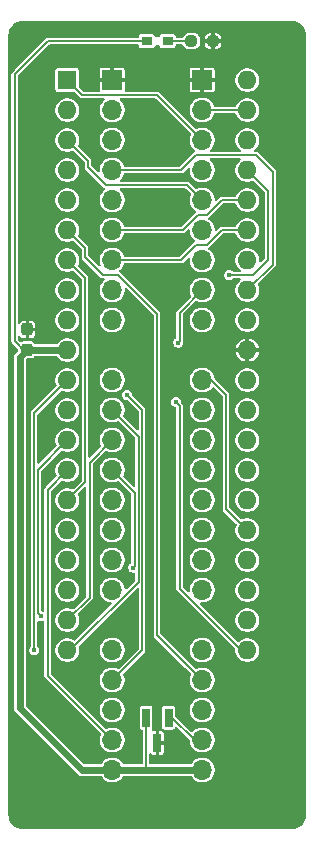
<source format=gbr>
G04 #@! TF.GenerationSoftware,KiCad,Pcbnew,9.0.6-9.0.6~ubuntu25.10.1*
G04 #@! TF.CreationDate,2025-12-24T11:00:37+09:00*
G04 #@! TF.ProjectId,bionic-z8002,62696f6e-6963-42d7-9a38-3030322e6b69,1*
G04 #@! TF.SameCoordinates,Original*
G04 #@! TF.FileFunction,Copper,L1,Top*
G04 #@! TF.FilePolarity,Positive*
%FSLAX46Y46*%
G04 Gerber Fmt 4.6, Leading zero omitted, Abs format (unit mm)*
G04 Created by KiCad (PCBNEW 9.0.6-9.0.6~ubuntu25.10.1) date 2025-12-24 11:00:37*
%MOMM*%
%LPD*%
G01*
G04 APERTURE LIST*
G04 Aperture macros list*
%AMRoundRect*
0 Rectangle with rounded corners*
0 $1 Rounding radius*
0 $2 $3 $4 $5 $6 $7 $8 $9 X,Y pos of 4 corners*
0 Add a 4 corners polygon primitive as box body*
4,1,4,$2,$3,$4,$5,$6,$7,$8,$9,$2,$3,0*
0 Add four circle primitives for the rounded corners*
1,1,$1+$1,$2,$3*
1,1,$1+$1,$4,$5*
1,1,$1+$1,$6,$7*
1,1,$1+$1,$8,$9*
0 Add four rect primitives between the rounded corners*
20,1,$1+$1,$2,$3,$4,$5,0*
20,1,$1+$1,$4,$5,$6,$7,0*
20,1,$1+$1,$6,$7,$8,$9,0*
20,1,$1+$1,$8,$9,$2,$3,0*%
G04 Aperture macros list end*
G04 #@! TA.AperFunction,ComponentPad*
%ADD10O,1.700000X1.700000*%
G04 #@! TD*
G04 #@! TA.AperFunction,ComponentPad*
%ADD11R,1.700000X1.700000*%
G04 #@! TD*
G04 #@! TA.AperFunction,ComponentPad*
%ADD12R,1.600000X1.600000*%
G04 #@! TD*
G04 #@! TA.AperFunction,ComponentPad*
%ADD13O,1.600000X1.600000*%
G04 #@! TD*
G04 #@! TA.AperFunction,SMDPad,CuDef*
%ADD14RoundRect,0.237500X0.237500X-0.300000X0.237500X0.300000X-0.237500X0.300000X-0.237500X-0.300000X0*%
G04 #@! TD*
G04 #@! TA.AperFunction,SMDPad,CuDef*
%ADD15R,0.965200X0.762000*%
G04 #@! TD*
G04 #@! TA.AperFunction,SMDPad,CuDef*
%ADD16RoundRect,0.237500X-0.250000X-0.237500X0.250000X-0.237500X0.250000X0.237500X-0.250000X0.237500X0*%
G04 #@! TD*
G04 #@! TA.AperFunction,SMDPad,CuDef*
%ADD17R,0.660400X1.625600*%
G04 #@! TD*
G04 #@! TA.AperFunction,ViaPad*
%ADD18C,0.600000*%
G04 #@! TD*
G04 #@! TA.AperFunction,ViaPad*
%ADD19C,0.450000*%
G04 #@! TD*
G04 #@! TA.AperFunction,Conductor*
%ADD20C,0.150000*%
G04 #@! TD*
G04 #@! TA.AperFunction,Conductor*
%ADD21C,0.600000*%
G04 #@! TD*
G04 APERTURE END LIST*
D10*
X117510000Y-133500000D03*
X117510000Y-130960000D03*
X117510000Y-128420000D03*
X117510000Y-125880000D03*
X117510000Y-123340000D03*
X117510000Y-118260000D03*
X117510000Y-115720000D03*
X117510000Y-113180000D03*
X117510000Y-110640000D03*
X117510000Y-108100000D03*
X117510000Y-105560000D03*
X117510000Y-103020000D03*
X117510000Y-100480000D03*
X117510000Y-95400000D03*
X117510000Y-92860000D03*
X117510000Y-90320000D03*
X117510000Y-87780000D03*
X117510000Y-85240000D03*
X117510000Y-82700000D03*
X117510000Y-80160000D03*
X117510000Y-77620000D03*
D11*
X117510000Y-75080000D03*
X109890000Y-75080000D03*
D10*
X109890000Y-77620000D03*
X109890000Y-80160000D03*
X109890000Y-82700000D03*
X109890000Y-85240000D03*
X109890000Y-87780000D03*
X109890000Y-90320000D03*
X109890000Y-92860000D03*
X109890000Y-95400000D03*
X109890000Y-100480000D03*
X109890000Y-103020000D03*
X109890000Y-105560000D03*
X109890000Y-108100000D03*
X109890000Y-110640000D03*
X109890000Y-113180000D03*
X109890000Y-115720000D03*
X109890000Y-118260000D03*
X109890000Y-123340000D03*
X109890000Y-125880000D03*
X109890000Y-128420000D03*
X109890000Y-130960000D03*
X109890000Y-133500000D03*
D12*
X106080000Y-75080000D03*
D13*
X106080000Y-77620000D03*
X106080000Y-80160000D03*
X106080000Y-82700000D03*
X106080000Y-85240000D03*
X106080000Y-87780000D03*
X106080000Y-90320000D03*
X106080000Y-92860000D03*
X106080000Y-95400000D03*
X106080000Y-97940000D03*
X106080000Y-100480000D03*
X106080000Y-103020000D03*
X106080000Y-105560000D03*
X106080000Y-108100000D03*
X106080000Y-110640000D03*
X106080000Y-113180000D03*
X106080000Y-115720000D03*
X106080000Y-118260000D03*
X106080000Y-120800000D03*
X106080000Y-123340000D03*
X121320000Y-123340000D03*
X121320000Y-120800000D03*
X121320000Y-118260000D03*
X121320000Y-115720000D03*
X121320000Y-113180000D03*
X121320000Y-110640000D03*
X121320000Y-108100000D03*
X121320000Y-105560000D03*
X121320000Y-103020000D03*
X121320000Y-100480000D03*
X121320000Y-97940000D03*
X121320000Y-95400000D03*
X121320000Y-92860000D03*
X121320000Y-90320000D03*
X121320000Y-87780000D03*
X121320000Y-85240000D03*
X121320000Y-82700000D03*
X121320000Y-80160000D03*
X121320000Y-77620000D03*
X121320000Y-75080000D03*
D14*
X102701800Y-97914600D03*
X102701800Y-96189600D03*
D15*
X114576300Y-71778000D03*
X112823700Y-71778000D03*
D16*
X116597500Y-71778000D03*
X118422500Y-71778000D03*
D17*
X114665201Y-129055000D03*
X112765199Y-129055000D03*
X113715200Y-131187000D03*
D18*
X119542000Y-83589000D03*
D19*
X111668000Y-116355000D03*
X115478000Y-97305000D03*
D18*
X102651000Y-92733000D03*
X103413000Y-132992000D03*
X122717000Y-131468000D03*
D19*
X103866100Y-120473900D03*
X103286000Y-123340000D03*
X119796000Y-91590000D03*
X111160000Y-101750000D03*
X115287500Y-102321500D03*
D20*
X111668000Y-116355000D02*
X111795000Y-116228000D01*
X111795000Y-110005000D02*
X109890000Y-108100000D01*
X111795000Y-116228000D02*
X111795000Y-110005000D01*
X109890000Y-103020000D02*
X112129000Y-105259000D01*
X112129000Y-105259000D02*
X112129000Y-117542694D01*
X112129000Y-117542694D02*
X106331694Y-123340000D01*
X106331694Y-123340000D02*
X106080000Y-123340000D01*
X119796000Y-91590000D02*
X121781000Y-91590000D01*
X121781000Y-91590000D02*
X123098000Y-90273000D01*
X123098000Y-90273000D02*
X123098000Y-84478000D01*
X123098000Y-84478000D02*
X121320000Y-82700000D01*
X115287500Y-102321500D02*
X115605000Y-102639000D01*
X115605000Y-102639000D02*
X115605000Y-118133000D01*
X115605000Y-118133000D02*
X120812000Y-123340000D01*
X120812000Y-123340000D02*
X121320000Y-123340000D01*
X117510000Y-92860000D02*
X115605000Y-94765000D01*
X115605000Y-94765000D02*
X115605000Y-97178000D01*
X115605000Y-97178000D02*
X115478000Y-97305000D01*
X121320000Y-87780000D02*
X119161000Y-87780000D01*
X119161000Y-87780000D02*
X117891000Y-89050000D01*
X117891000Y-89050000D02*
X117002000Y-89050000D01*
X117002000Y-89050000D02*
X115732000Y-90320000D01*
X115732000Y-90320000D02*
X109890000Y-90320000D01*
X121320000Y-85240000D02*
X119161000Y-85240000D01*
X119161000Y-85240000D02*
X117891000Y-86510000D01*
X117891000Y-86510000D02*
X117129000Y-86510000D01*
X117129000Y-86510000D02*
X115859000Y-87780000D01*
X115859000Y-87780000D02*
X109890000Y-87780000D01*
X106080000Y-80160000D02*
X107858000Y-81938000D01*
X107858000Y-81938000D02*
X107858000Y-82446000D01*
X107858000Y-82446000D02*
X109382000Y-83970000D01*
X109382000Y-83970000D02*
X116240000Y-83970000D01*
X116240000Y-83970000D02*
X117510000Y-85240000D01*
X111160000Y-101750000D02*
X112430000Y-103020000D01*
X112430000Y-103020000D02*
X112430000Y-123340000D01*
X112430000Y-123340000D02*
X109890000Y-125880000D01*
X117510000Y-125880000D02*
X113700000Y-122070000D01*
X113700000Y-122070000D02*
X113700000Y-94892000D01*
X113700000Y-94892000D02*
X110398000Y-91590000D01*
X110398000Y-91590000D02*
X109128000Y-91590000D01*
X109128000Y-91590000D02*
X107604000Y-90066000D01*
X107604000Y-90066000D02*
X107604000Y-89304000D01*
X107604000Y-89304000D02*
X106080000Y-87780000D01*
X103866100Y-120473900D02*
X103587000Y-120194800D01*
X103587000Y-108053000D02*
X106080000Y-105560000D01*
X103587000Y-120194800D02*
X103587000Y-108053000D01*
X103286000Y-103274000D02*
X106080000Y-100480000D01*
X103286000Y-123340000D02*
X103286000Y-103274000D01*
X106080000Y-108100000D02*
X104429000Y-109751000D01*
X104429000Y-109751000D02*
X104429000Y-125499000D01*
X104429000Y-125499000D02*
X109890000Y-130960000D01*
X117510000Y-130960000D02*
X116875000Y-130960000D01*
X116875000Y-130960000D02*
X114970000Y-129055000D01*
X114970000Y-129055000D02*
X114665200Y-129055000D01*
X109890000Y-82700000D02*
X115732000Y-82700000D01*
X115732000Y-82700000D02*
X117002000Y-81430000D01*
X117002000Y-81430000D02*
X122082000Y-81430000D01*
X122082000Y-81430000D02*
X123479000Y-82827000D01*
X123479000Y-82827000D02*
X123479000Y-90701000D01*
X123479000Y-90701000D02*
X121320000Y-92860000D01*
X106080000Y-75080000D02*
X107350000Y-76350000D01*
X107350000Y-76350000D02*
X113700000Y-76350000D01*
X113700000Y-76350000D02*
X117510000Y-80160000D01*
X106080000Y-120800000D02*
X107985000Y-118895000D01*
X107985000Y-118895000D02*
X107985000Y-107465000D01*
X107985000Y-107465000D02*
X109890000Y-105560000D01*
X106080000Y-90320000D02*
X107604000Y-91844000D01*
X107604000Y-91844000D02*
X107604000Y-109116000D01*
X107604000Y-109116000D02*
X106080000Y-110640000D01*
X117510000Y-100480000D02*
X118272000Y-100480000D01*
X118272000Y-100480000D02*
X119542000Y-101750000D01*
X119542000Y-101750000D02*
X119542000Y-111402000D01*
X119542000Y-111402000D02*
X121320000Y-113180000D01*
X121320000Y-77620000D02*
X117510000Y-77620000D01*
X101838000Y-97381200D02*
X102372000Y-97914600D01*
D21*
X109910800Y-133500000D02*
X109890000Y-133500000D01*
X112735000Y-133500000D02*
X109890000Y-133500000D01*
X107350000Y-133500000D02*
X102066800Y-128216800D01*
X112765200Y-129055000D02*
X112765000Y-129055000D01*
X102066800Y-98549600D02*
X102676400Y-97940000D01*
D20*
X102701800Y-97914600D02*
X102702000Y-97914600D01*
X112765199Y-129055000D02*
X112765199Y-133469801D01*
X101635000Y-97178200D02*
X101838000Y-97381200D01*
D21*
X102676400Y-97940000D02*
X106080000Y-97940000D01*
D20*
X112823700Y-71778000D02*
X104454000Y-71778000D01*
D21*
X117510000Y-133500000D02*
X112735000Y-133500000D01*
D20*
X104454000Y-71778000D02*
X101838000Y-74394200D01*
D21*
X109890000Y-133500000D02*
X107350000Y-133500000D01*
D20*
X102372000Y-97914600D02*
X102701800Y-97914600D01*
X101635000Y-74597200D02*
X101635000Y-97178200D01*
D21*
X102066800Y-128216800D02*
X102066800Y-98549600D01*
D20*
X112765199Y-133469801D02*
X112735000Y-133500000D01*
X112824000Y-71778000D02*
X112823700Y-71778000D01*
X102727200Y-97940000D02*
X102701800Y-97914600D01*
X101838000Y-74394200D02*
X101635000Y-74597200D01*
X114576300Y-71778000D02*
X116597500Y-71778000D01*
G04 #@! TA.AperFunction,Conductor*
G36*
X125134309Y-70100877D02*
G01*
X125324457Y-70117512D01*
X125341437Y-70120505D01*
X125521635Y-70168789D01*
X125537839Y-70174687D01*
X125706902Y-70253523D01*
X125721842Y-70262149D01*
X125874641Y-70369140D01*
X125887861Y-70380232D01*
X126019767Y-70512138D01*
X126030859Y-70525358D01*
X126137850Y-70678157D01*
X126146478Y-70693101D01*
X126225308Y-70862151D01*
X126231211Y-70878368D01*
X126279492Y-71058555D01*
X126282488Y-71075550D01*
X126299123Y-71265690D01*
X126299500Y-71274318D01*
X126299500Y-137305681D01*
X126299123Y-137314309D01*
X126282488Y-137504449D01*
X126279492Y-137521444D01*
X126231211Y-137701631D01*
X126225308Y-137717848D01*
X126146478Y-137886898D01*
X126137850Y-137901842D01*
X126030859Y-138054641D01*
X126019767Y-138067861D01*
X125887861Y-138199767D01*
X125874641Y-138210859D01*
X125721842Y-138317850D01*
X125706898Y-138326478D01*
X125537848Y-138405308D01*
X125521631Y-138411211D01*
X125341444Y-138459492D01*
X125324449Y-138462488D01*
X125134309Y-138479123D01*
X125125681Y-138479500D01*
X102274319Y-138479500D01*
X102265691Y-138479123D01*
X102075550Y-138462488D01*
X102058555Y-138459492D01*
X101878368Y-138411211D01*
X101862154Y-138405309D01*
X101693100Y-138326477D01*
X101678157Y-138317850D01*
X101525358Y-138210859D01*
X101512138Y-138199767D01*
X101380232Y-138067861D01*
X101369140Y-138054641D01*
X101262149Y-137901842D01*
X101253523Y-137886902D01*
X101174687Y-137717839D01*
X101168788Y-137701631D01*
X101149843Y-137630926D01*
X101120505Y-137521437D01*
X101117512Y-137504457D01*
X101100877Y-137314309D01*
X101100500Y-137305681D01*
X101100500Y-74542400D01*
X101359500Y-74542400D01*
X101359500Y-97233000D01*
X101375450Y-97271507D01*
X101388303Y-97302537D01*
X101398188Y-97326400D01*
X101401443Y-97334258D01*
X101604498Y-97537314D01*
X101604530Y-97537390D01*
X101643761Y-97576577D01*
X101643762Y-97576579D01*
X101688716Y-97621532D01*
X101688997Y-97621762D01*
X101917995Y-97850503D01*
X101945803Y-97905004D01*
X101936266Y-97965442D01*
X101918035Y-97990549D01*
X101759486Y-98149099D01*
X101666300Y-98242285D01*
X101666296Y-98242290D01*
X101600409Y-98356409D01*
X101600408Y-98356414D01*
X101566300Y-98483708D01*
X101566300Y-128150908D01*
X101566300Y-128282692D01*
X101596379Y-128394951D01*
X101600409Y-128409990D01*
X101666296Y-128524109D01*
X101666298Y-128524111D01*
X101666300Y-128524114D01*
X107042686Y-133900500D01*
X107042688Y-133900501D01*
X107042690Y-133900503D01*
X107156810Y-133966390D01*
X107156808Y-133966390D01*
X107156812Y-133966391D01*
X107156814Y-133966392D01*
X107284107Y-134000500D01*
X107284108Y-134000500D01*
X108908081Y-134000500D01*
X108966272Y-134019407D01*
X108990396Y-134044498D01*
X109074023Y-134169655D01*
X109220345Y-134315977D01*
X109392402Y-134430941D01*
X109583580Y-134510130D01*
X109786535Y-134550500D01*
X109786536Y-134550500D01*
X109993464Y-134550500D01*
X109993465Y-134550500D01*
X110196420Y-134510130D01*
X110387598Y-134430941D01*
X110559655Y-134315977D01*
X110705977Y-134169655D01*
X110789603Y-134044498D01*
X110837653Y-134006619D01*
X110871919Y-134000500D01*
X112669108Y-134000500D01*
X116528081Y-134000500D01*
X116586272Y-134019407D01*
X116610396Y-134044498D01*
X116694023Y-134169655D01*
X116840345Y-134315977D01*
X117012402Y-134430941D01*
X117203580Y-134510130D01*
X117406535Y-134550500D01*
X117406536Y-134550500D01*
X117613464Y-134550500D01*
X117613465Y-134550500D01*
X117816420Y-134510130D01*
X118007598Y-134430941D01*
X118179655Y-134315977D01*
X118325977Y-134169655D01*
X118440941Y-133997598D01*
X118520130Y-133806420D01*
X118560500Y-133603465D01*
X118560500Y-133396535D01*
X118520130Y-133193580D01*
X118440941Y-133002402D01*
X118325977Y-132830345D01*
X118179655Y-132684023D01*
X118007598Y-132569059D01*
X118007599Y-132569059D01*
X118007597Y-132569058D01*
X117816418Y-132489869D01*
X117613467Y-132449500D01*
X117613465Y-132449500D01*
X117406535Y-132449500D01*
X117406532Y-132449500D01*
X117203581Y-132489869D01*
X117012402Y-132569058D01*
X116840348Y-132684020D01*
X116694020Y-132830348D01*
X116610397Y-132955501D01*
X116562347Y-132993381D01*
X116528081Y-132999500D01*
X113139699Y-132999500D01*
X113081508Y-132980593D01*
X113045544Y-132931093D01*
X113040699Y-132900500D01*
X113040699Y-132170866D01*
X113059606Y-132112675D01*
X113109106Y-132076711D01*
X113170292Y-132076711D01*
X113219792Y-132112675D01*
X113222015Y-132115865D01*
X113240807Y-132143990D01*
X113240810Y-132143993D01*
X113306963Y-132188196D01*
X113365299Y-132199799D01*
X113365303Y-132199800D01*
X113565199Y-132199800D01*
X113565200Y-132199799D01*
X113565200Y-131337001D01*
X113865200Y-131337001D01*
X113865200Y-132199799D01*
X113865201Y-132199800D01*
X114065097Y-132199800D01*
X114065100Y-132199799D01*
X114123436Y-132188196D01*
X114189589Y-132143993D01*
X114189593Y-132143989D01*
X114233796Y-132077836D01*
X114245399Y-132019500D01*
X114245400Y-132019497D01*
X114245400Y-131337001D01*
X114245399Y-131337000D01*
X113865201Y-131337000D01*
X113865200Y-131337001D01*
X113565200Y-131337001D01*
X113565200Y-130174201D01*
X113865200Y-130174201D01*
X113865200Y-131036999D01*
X113865201Y-131037000D01*
X114245399Y-131037000D01*
X114245400Y-131036999D01*
X114245400Y-130354502D01*
X114245399Y-130354499D01*
X114233796Y-130296163D01*
X114193362Y-130235651D01*
X114088806Y-130178915D01*
X114065102Y-130174200D01*
X113865201Y-130174200D01*
X113865200Y-130174201D01*
X113565200Y-130174201D01*
X113565199Y-130174200D01*
X113365296Y-130174200D01*
X113326878Y-130181842D01*
X113266116Y-130174650D01*
X113221187Y-130133116D01*
X113209251Y-130073106D01*
X113234868Y-130017542D01*
X113237565Y-130014737D01*
X113239944Y-130012356D01*
X113239951Y-130012352D01*
X113284266Y-129946031D01*
X113295899Y-129887548D01*
X113295899Y-128222453D01*
X114134501Y-128222453D01*
X114134501Y-129887546D01*
X114134502Y-129887558D01*
X114146133Y-129946027D01*
X114146135Y-129946033D01*
X114148699Y-129949870D01*
X114190449Y-130012352D01*
X114256770Y-130056667D01*
X114291331Y-130063541D01*
X114291332Y-130063542D01*
X114315245Y-130068299D01*
X114315251Y-130068299D01*
X114315253Y-130068300D01*
X114315254Y-130068300D01*
X115015148Y-130068300D01*
X115015149Y-130068300D01*
X115073632Y-130056667D01*
X115139953Y-130012352D01*
X115184268Y-129946031D01*
X115189631Y-129919068D01*
X115195776Y-129888181D01*
X115225673Y-129834797D01*
X115281238Y-129809182D01*
X115341248Y-129821120D01*
X115362877Y-129837492D01*
X116430504Y-130905119D01*
X116458281Y-130959636D01*
X116459500Y-130975123D01*
X116459500Y-131063467D01*
X116499869Y-131266418D01*
X116579058Y-131457597D01*
X116579059Y-131457598D01*
X116694023Y-131629655D01*
X116840345Y-131775977D01*
X117012402Y-131890941D01*
X117203580Y-131970130D01*
X117406535Y-132010500D01*
X117406536Y-132010500D01*
X117613464Y-132010500D01*
X117613465Y-132010500D01*
X117816420Y-131970130D01*
X118007598Y-131890941D01*
X118179655Y-131775977D01*
X118325977Y-131629655D01*
X118440941Y-131457598D01*
X118520130Y-131266420D01*
X118560500Y-131063465D01*
X118560500Y-130856535D01*
X118520130Y-130653580D01*
X118440941Y-130462402D01*
X118325977Y-130290345D01*
X118179655Y-130144023D01*
X118179651Y-130144020D01*
X118007597Y-130029058D01*
X117816418Y-129949869D01*
X117613467Y-129909500D01*
X117613465Y-129909500D01*
X117406535Y-129909500D01*
X117406532Y-129909500D01*
X117203581Y-129949869D01*
X117012402Y-130029058D01*
X116840348Y-130144020D01*
X116840345Y-130144022D01*
X116840345Y-130144023D01*
X116714493Y-130269874D01*
X116659979Y-130297650D01*
X116599547Y-130288079D01*
X116574488Y-130269873D01*
X115224897Y-128920282D01*
X115197120Y-128865765D01*
X115195901Y-128850278D01*
X115195901Y-128316532D01*
X116459500Y-128316532D01*
X116459500Y-128523467D01*
X116499869Y-128726418D01*
X116579058Y-128917597D01*
X116579059Y-128917598D01*
X116694023Y-129089655D01*
X116840345Y-129235977D01*
X117012402Y-129350941D01*
X117203580Y-129430130D01*
X117406535Y-129470500D01*
X117406536Y-129470500D01*
X117613464Y-129470500D01*
X117613465Y-129470500D01*
X117816420Y-129430130D01*
X118007598Y-129350941D01*
X118179655Y-129235977D01*
X118325977Y-129089655D01*
X118440941Y-128917598D01*
X118520130Y-128726420D01*
X118560500Y-128523465D01*
X118560500Y-128316535D01*
X118520130Y-128113580D01*
X118440941Y-127922402D01*
X118325977Y-127750345D01*
X118179655Y-127604023D01*
X118007598Y-127489059D01*
X118007599Y-127489059D01*
X118007597Y-127489058D01*
X117816418Y-127409869D01*
X117613467Y-127369500D01*
X117613465Y-127369500D01*
X117406535Y-127369500D01*
X117406532Y-127369500D01*
X117203581Y-127409869D01*
X117012402Y-127489058D01*
X116840348Y-127604020D01*
X116694020Y-127750348D01*
X116579058Y-127922402D01*
X116499869Y-128113581D01*
X116459500Y-128316532D01*
X115195901Y-128316532D01*
X115195901Y-128222453D01*
X115195899Y-128222441D01*
X115193112Y-128208431D01*
X115184268Y-128163969D01*
X115139953Y-128097648D01*
X115139949Y-128097645D01*
X115073634Y-128053334D01*
X115073632Y-128053333D01*
X115073629Y-128053332D01*
X115073628Y-128053332D01*
X115015159Y-128041701D01*
X115015149Y-128041700D01*
X114315253Y-128041700D01*
X114315252Y-128041700D01*
X114315242Y-128041701D01*
X114256773Y-128053332D01*
X114256767Y-128053334D01*
X114190452Y-128097645D01*
X114190446Y-128097651D01*
X114146135Y-128163966D01*
X114146133Y-128163972D01*
X114134502Y-128222441D01*
X114134501Y-128222453D01*
X113295899Y-128222453D01*
X113295899Y-128222452D01*
X113284266Y-128163969D01*
X113239951Y-128097648D01*
X113239947Y-128097645D01*
X113173632Y-128053334D01*
X113173630Y-128053333D01*
X113173627Y-128053332D01*
X113173626Y-128053332D01*
X113115157Y-128041701D01*
X113115147Y-128041700D01*
X112415251Y-128041700D01*
X112415250Y-128041700D01*
X112415240Y-128041701D01*
X112356771Y-128053332D01*
X112356765Y-128053334D01*
X112290450Y-128097645D01*
X112290444Y-128097651D01*
X112246133Y-128163966D01*
X112246131Y-128163972D01*
X112234500Y-128222441D01*
X112234499Y-128222453D01*
X112234499Y-129887546D01*
X112234500Y-129887558D01*
X112246131Y-129946027D01*
X112246133Y-129946033D01*
X112248697Y-129949870D01*
X112290447Y-130012352D01*
X112356768Y-130056667D01*
X112410014Y-130067258D01*
X112463398Y-130097156D01*
X112489013Y-130152721D01*
X112489699Y-130164356D01*
X112489699Y-132900500D01*
X112470792Y-132958691D01*
X112421292Y-132994655D01*
X112390699Y-132999500D01*
X110871919Y-132999500D01*
X110813728Y-132980593D01*
X110789603Y-132955501D01*
X110705979Y-132830348D01*
X110705977Y-132830345D01*
X110559655Y-132684023D01*
X110387598Y-132569059D01*
X110387599Y-132569059D01*
X110387597Y-132569058D01*
X110196418Y-132489869D01*
X109993467Y-132449500D01*
X109993465Y-132449500D01*
X109786535Y-132449500D01*
X109786532Y-132449500D01*
X109583581Y-132489869D01*
X109392402Y-132569058D01*
X109220348Y-132684020D01*
X109074020Y-132830348D01*
X108990397Y-132955501D01*
X108942347Y-132993381D01*
X108908081Y-132999500D01*
X107598322Y-132999500D01*
X107540131Y-132980593D01*
X107528318Y-132970504D01*
X102596296Y-128038482D01*
X102568519Y-127983965D01*
X102567300Y-127968478D01*
X102567300Y-123283982D01*
X102860500Y-123283982D01*
X102860500Y-123396018D01*
X102873214Y-123443466D01*
X102889498Y-123504241D01*
X102945513Y-123601260D01*
X102945515Y-123601263D01*
X103024737Y-123680485D01*
X103024739Y-123680486D01*
X103121759Y-123736501D01*
X103121757Y-123736501D01*
X103121761Y-123736502D01*
X103121763Y-123736503D01*
X103229982Y-123765500D01*
X103229984Y-123765500D01*
X103342016Y-123765500D01*
X103342018Y-123765500D01*
X103450237Y-123736503D01*
X103450239Y-123736501D01*
X103450241Y-123736501D01*
X103479064Y-123719859D01*
X103547263Y-123680485D01*
X103626485Y-123601263D01*
X103682503Y-123504237D01*
X103711500Y-123396018D01*
X103711500Y-123283982D01*
X103682503Y-123175763D01*
X103682501Y-123175760D01*
X103682501Y-123175758D01*
X103626485Y-123078737D01*
X103590496Y-123042747D01*
X103562719Y-122988230D01*
X103561500Y-122972744D01*
X103561500Y-120960426D01*
X103580407Y-120902235D01*
X103629907Y-120866271D01*
X103691093Y-120866271D01*
X103698390Y-120868964D01*
X103701855Y-120870398D01*
X103701863Y-120870403D01*
X103810082Y-120899400D01*
X103810084Y-120899400D01*
X103922116Y-120899400D01*
X103922118Y-120899400D01*
X104028880Y-120870793D01*
X104089978Y-120873995D01*
X104137528Y-120912500D01*
X104153500Y-120966420D01*
X104153500Y-125553800D01*
X104195443Y-125655058D01*
X108925091Y-130384707D01*
X108952868Y-130439224D01*
X108946551Y-130492596D01*
X108879870Y-130653578D01*
X108879870Y-130653580D01*
X108839500Y-130856532D01*
X108839500Y-131063467D01*
X108879869Y-131266418D01*
X108959058Y-131457597D01*
X108959059Y-131457598D01*
X109074023Y-131629655D01*
X109220345Y-131775977D01*
X109392402Y-131890941D01*
X109583580Y-131970130D01*
X109786535Y-132010500D01*
X109786536Y-132010500D01*
X109993464Y-132010500D01*
X109993465Y-132010500D01*
X110196420Y-131970130D01*
X110387598Y-131890941D01*
X110559655Y-131775977D01*
X110705977Y-131629655D01*
X110820941Y-131457598D01*
X110900130Y-131266420D01*
X110940500Y-131063465D01*
X110940500Y-130856535D01*
X110900130Y-130653580D01*
X110820941Y-130462402D01*
X110705977Y-130290345D01*
X110559655Y-130144023D01*
X110559651Y-130144020D01*
X110387597Y-130029058D01*
X110196418Y-129949869D01*
X109993467Y-129909500D01*
X109993465Y-129909500D01*
X109786535Y-129909500D01*
X109786532Y-129909500D01*
X109583580Y-129949870D01*
X109583578Y-129949870D01*
X109422596Y-130016551D01*
X109361600Y-130021352D01*
X109314707Y-129995091D01*
X107636148Y-128316532D01*
X108839500Y-128316532D01*
X108839500Y-128523467D01*
X108879869Y-128726418D01*
X108959058Y-128917597D01*
X108959059Y-128917598D01*
X109074023Y-129089655D01*
X109220345Y-129235977D01*
X109392402Y-129350941D01*
X109583580Y-129430130D01*
X109786535Y-129470500D01*
X109786536Y-129470500D01*
X109993464Y-129470500D01*
X109993465Y-129470500D01*
X110196420Y-129430130D01*
X110387598Y-129350941D01*
X110559655Y-129235977D01*
X110705977Y-129089655D01*
X110820941Y-128917598D01*
X110900130Y-128726420D01*
X110940500Y-128523465D01*
X110940500Y-128316535D01*
X110900130Y-128113580D01*
X110820941Y-127922402D01*
X110705977Y-127750345D01*
X110559655Y-127604023D01*
X110387598Y-127489059D01*
X110387599Y-127489059D01*
X110387597Y-127489058D01*
X110196418Y-127409869D01*
X109993467Y-127369500D01*
X109993465Y-127369500D01*
X109786535Y-127369500D01*
X109786532Y-127369500D01*
X109583581Y-127409869D01*
X109392402Y-127489058D01*
X109220348Y-127604020D01*
X109074020Y-127750348D01*
X108959058Y-127922402D01*
X108879869Y-128113581D01*
X108839500Y-128316532D01*
X107636148Y-128316532D01*
X104733496Y-125413880D01*
X104705719Y-125359363D01*
X104704500Y-125343876D01*
X104704500Y-123241456D01*
X105079500Y-123241456D01*
X105079500Y-123438543D01*
X105117949Y-123631834D01*
X105117949Y-123631836D01*
X105193367Y-123813913D01*
X105193368Y-123813914D01*
X105302861Y-123977782D01*
X105442218Y-124117139D01*
X105606086Y-124226632D01*
X105788165Y-124302051D01*
X105981459Y-124340500D01*
X105981460Y-124340500D01*
X106178540Y-124340500D01*
X106178541Y-124340500D01*
X106371835Y-124302051D01*
X106553914Y-124226632D01*
X106717782Y-124117139D01*
X106857139Y-123977782D01*
X106966632Y-123813914D01*
X107042051Y-123631835D01*
X107080500Y-123438541D01*
X107080500Y-123241459D01*
X107079520Y-123236532D01*
X108839500Y-123236532D01*
X108839500Y-123443465D01*
X108879869Y-123646418D01*
X108959058Y-123837597D01*
X109052726Y-123977782D01*
X109074023Y-124009655D01*
X109220345Y-124155977D01*
X109392402Y-124270941D01*
X109583580Y-124350130D01*
X109786535Y-124390500D01*
X109786536Y-124390500D01*
X109993464Y-124390500D01*
X109993465Y-124390500D01*
X110196420Y-124350130D01*
X110387598Y-124270941D01*
X110559655Y-124155977D01*
X110705977Y-124009655D01*
X110820941Y-123837598D01*
X110900130Y-123646420D01*
X110940500Y-123443465D01*
X110940500Y-123236535D01*
X110900130Y-123033580D01*
X110820941Y-122842402D01*
X110705977Y-122670345D01*
X110559655Y-122524023D01*
X110551084Y-122518296D01*
X110387597Y-122409058D01*
X110196418Y-122329869D01*
X109993467Y-122289500D01*
X109993465Y-122289500D01*
X109786535Y-122289500D01*
X109786532Y-122289500D01*
X109583581Y-122329869D01*
X109392402Y-122409058D01*
X109220348Y-122524020D01*
X109074020Y-122670348D01*
X108959058Y-122842402D01*
X108879869Y-123033581D01*
X108839500Y-123236532D01*
X107079520Y-123236532D01*
X107047528Y-123075698D01*
X107051183Y-123045493D01*
X107054770Y-123015192D01*
X107054867Y-123015052D01*
X107054879Y-123014956D01*
X107055100Y-123014717D01*
X107074669Y-122986638D01*
X111985497Y-118075810D01*
X112040013Y-118048035D01*
X112100445Y-118057606D01*
X112143710Y-118100871D01*
X112154500Y-118145816D01*
X112154500Y-123184875D01*
X112135593Y-123243066D01*
X112125504Y-123254879D01*
X110465291Y-124915091D01*
X110410774Y-124942868D01*
X110357401Y-124936551D01*
X110196418Y-124869869D01*
X109993467Y-124829500D01*
X109993465Y-124829500D01*
X109786535Y-124829500D01*
X109786532Y-124829500D01*
X109583581Y-124869869D01*
X109392402Y-124949058D01*
X109220348Y-125064020D01*
X109074020Y-125210348D01*
X108959058Y-125382402D01*
X108879869Y-125573581D01*
X108839500Y-125776532D01*
X108839500Y-125983467D01*
X108879869Y-126186418D01*
X108959058Y-126377597D01*
X108959059Y-126377598D01*
X109074023Y-126549655D01*
X109220345Y-126695977D01*
X109392402Y-126810941D01*
X109583580Y-126890130D01*
X109786535Y-126930500D01*
X109786536Y-126930500D01*
X109993464Y-126930500D01*
X109993465Y-126930500D01*
X110196420Y-126890130D01*
X110387598Y-126810941D01*
X110559655Y-126695977D01*
X110705977Y-126549655D01*
X110820941Y-126377598D01*
X110900130Y-126186420D01*
X110940500Y-125983465D01*
X110940500Y-125776535D01*
X110900130Y-125573580D01*
X110833448Y-125412596D01*
X110828647Y-125351599D01*
X110854906Y-125304708D01*
X112663557Y-123496059D01*
X112685342Y-123443465D01*
X112705500Y-123394800D01*
X112705500Y-102965200D01*
X112663557Y-102863942D01*
X112663557Y-102863941D01*
X111614496Y-101814880D01*
X111586719Y-101760363D01*
X111585500Y-101744876D01*
X111585500Y-101693983D01*
X111585500Y-101693982D01*
X111556503Y-101585763D01*
X111556501Y-101585760D01*
X111556501Y-101585758D01*
X111500486Y-101488739D01*
X111500485Y-101488737D01*
X111421263Y-101409515D01*
X111416282Y-101406639D01*
X111324240Y-101353498D01*
X111324242Y-101353498D01*
X111282251Y-101342247D01*
X111216018Y-101324500D01*
X111103982Y-101324500D01*
X111037748Y-101342247D01*
X110995758Y-101353498D01*
X110898739Y-101409513D01*
X110819513Y-101488739D01*
X110763498Y-101585758D01*
X110761305Y-101593942D01*
X110734500Y-101693982D01*
X110734500Y-101806018D01*
X110736875Y-101814880D01*
X110763498Y-101914241D01*
X110819513Y-102011260D01*
X110819515Y-102011263D01*
X110898737Y-102090485D01*
X110898739Y-102090486D01*
X110995759Y-102146501D01*
X110995757Y-102146501D01*
X110995761Y-102146502D01*
X110995763Y-102146503D01*
X111103982Y-102175500D01*
X111154877Y-102175500D01*
X111213068Y-102194407D01*
X111224881Y-102204496D01*
X112125504Y-103105119D01*
X112153281Y-103159636D01*
X112154500Y-103175123D01*
X112154500Y-104655876D01*
X112135593Y-104714067D01*
X112086093Y-104750031D01*
X112024907Y-104750031D01*
X111985496Y-104725880D01*
X110854908Y-103595292D01*
X110827131Y-103540775D01*
X110833447Y-103487404D01*
X110900130Y-103326420D01*
X110940500Y-103123465D01*
X110940500Y-102916535D01*
X110900130Y-102713580D01*
X110820941Y-102522402D01*
X110705977Y-102350345D01*
X110559655Y-102204023D01*
X110545264Y-102194407D01*
X110387597Y-102089058D01*
X110196418Y-102009869D01*
X109993467Y-101969500D01*
X109993465Y-101969500D01*
X109786535Y-101969500D01*
X109786532Y-101969500D01*
X109583581Y-102009869D01*
X109392402Y-102089058D01*
X109220348Y-102204020D01*
X109074020Y-102350348D01*
X108959058Y-102522402D01*
X108879869Y-102713581D01*
X108839500Y-102916532D01*
X108839500Y-103123467D01*
X108879869Y-103326418D01*
X108959058Y-103517597D01*
X109052726Y-103657782D01*
X109074023Y-103689655D01*
X109220345Y-103835977D01*
X109392402Y-103950941D01*
X109583580Y-104030130D01*
X109786535Y-104070500D01*
X109786536Y-104070500D01*
X109993464Y-104070500D01*
X109993465Y-104070500D01*
X110196420Y-104030130D01*
X110357403Y-103963447D01*
X110418399Y-103958647D01*
X110465292Y-103984908D01*
X111824504Y-105344119D01*
X111852281Y-105398636D01*
X111853500Y-105414123D01*
X111853500Y-109434877D01*
X111834593Y-109493068D01*
X111785093Y-109529032D01*
X111723907Y-109529032D01*
X111684496Y-109504881D01*
X110854908Y-108675293D01*
X110827131Y-108620776D01*
X110833448Y-108567403D01*
X110849299Y-108529135D01*
X110900130Y-108406420D01*
X110940500Y-108203465D01*
X110940500Y-107996535D01*
X110900130Y-107793580D01*
X110820941Y-107602402D01*
X110705977Y-107430345D01*
X110559655Y-107284023D01*
X110453912Y-107213368D01*
X110387597Y-107169058D01*
X110196418Y-107089869D01*
X109993467Y-107049500D01*
X109993465Y-107049500D01*
X109786535Y-107049500D01*
X109786532Y-107049500D01*
X109583581Y-107089869D01*
X109392402Y-107169058D01*
X109220348Y-107284020D01*
X109074020Y-107430348D01*
X108959058Y-107602402D01*
X108879869Y-107793581D01*
X108839500Y-107996532D01*
X108839500Y-108203467D01*
X108879869Y-108406418D01*
X108959058Y-108597597D01*
X109052726Y-108737782D01*
X109074023Y-108769655D01*
X109220345Y-108915977D01*
X109392402Y-109030941D01*
X109583580Y-109110130D01*
X109786535Y-109150500D01*
X109786536Y-109150500D01*
X109993464Y-109150500D01*
X109993465Y-109150500D01*
X110196420Y-109110130D01*
X110357403Y-109043447D01*
X110418400Y-109038647D01*
X110465293Y-109064908D01*
X111490504Y-110090119D01*
X111518281Y-110144636D01*
X111519500Y-110160123D01*
X111519500Y-115892253D01*
X111500593Y-115950444D01*
X111470001Y-115977989D01*
X111406738Y-116014514D01*
X111327513Y-116093739D01*
X111271498Y-116190758D01*
X111255286Y-116251263D01*
X111242500Y-116298982D01*
X111242500Y-116411018D01*
X111265575Y-116497135D01*
X111271498Y-116519241D01*
X111327513Y-116616260D01*
X111327515Y-116616263D01*
X111406737Y-116695485D01*
X111406739Y-116695486D01*
X111503759Y-116751501D01*
X111503757Y-116751501D01*
X111503761Y-116751502D01*
X111503763Y-116751503D01*
X111611982Y-116780500D01*
X111611984Y-116780500D01*
X111724015Y-116780500D01*
X111724018Y-116780500D01*
X111728876Y-116779198D01*
X111789974Y-116782398D01*
X111837526Y-116820901D01*
X111853500Y-116874824D01*
X111853500Y-117387570D01*
X111834593Y-117445761D01*
X111824504Y-117457574D01*
X111102168Y-118179909D01*
X111047651Y-118207686D01*
X110987219Y-118198115D01*
X110943954Y-118154850D01*
X110935067Y-118129222D01*
X110900130Y-117953580D01*
X110820941Y-117762402D01*
X110705977Y-117590345D01*
X110559655Y-117444023D01*
X110453912Y-117373368D01*
X110387597Y-117329058D01*
X110196418Y-117249869D01*
X109993467Y-117209500D01*
X109993465Y-117209500D01*
X109786535Y-117209500D01*
X109786532Y-117209500D01*
X109583581Y-117249869D01*
X109392402Y-117329058D01*
X109220348Y-117444020D01*
X109074020Y-117590348D01*
X108959058Y-117762402D01*
X108879869Y-117953581D01*
X108839500Y-118156532D01*
X108839500Y-118363467D01*
X108879869Y-118566418D01*
X108959058Y-118757597D01*
X109052726Y-118897782D01*
X109074023Y-118929655D01*
X109220345Y-119075977D01*
X109392402Y-119190941D01*
X109583580Y-119270130D01*
X109759220Y-119305066D01*
X109812603Y-119334963D01*
X109838219Y-119390527D01*
X109826282Y-119450537D01*
X109809909Y-119472168D01*
X106776091Y-122505985D01*
X106721574Y-122533762D01*
X106661142Y-122524191D01*
X106651090Y-122518299D01*
X106553914Y-122453368D01*
X106446939Y-122409058D01*
X106371835Y-122377949D01*
X106178543Y-122339500D01*
X106178541Y-122339500D01*
X105981459Y-122339500D01*
X105981456Y-122339500D01*
X105788165Y-122377949D01*
X105788163Y-122377949D01*
X105606086Y-122453367D01*
X105442218Y-122562861D01*
X105442214Y-122562864D01*
X105302864Y-122702214D01*
X105302861Y-122702218D01*
X105193367Y-122866086D01*
X105117949Y-123048163D01*
X105117949Y-123048165D01*
X105079500Y-123241456D01*
X104704500Y-123241456D01*
X104704500Y-118161456D01*
X105079500Y-118161456D01*
X105079500Y-118358543D01*
X105117949Y-118551834D01*
X105117949Y-118551836D01*
X105193367Y-118733913D01*
X105209192Y-118757597D01*
X105302861Y-118897782D01*
X105442218Y-119037139D01*
X105606086Y-119146632D01*
X105788165Y-119222051D01*
X105981459Y-119260500D01*
X105981460Y-119260500D01*
X106178540Y-119260500D01*
X106178541Y-119260500D01*
X106371835Y-119222051D01*
X106553914Y-119146632D01*
X106717782Y-119037139D01*
X106857139Y-118897782D01*
X106966632Y-118733914D01*
X107042051Y-118551835D01*
X107080500Y-118358541D01*
X107080500Y-118161459D01*
X107042051Y-117968165D01*
X106966632Y-117786086D01*
X106857139Y-117622218D01*
X106717782Y-117482861D01*
X106553914Y-117373368D01*
X106553915Y-117373368D01*
X106553913Y-117373367D01*
X106371835Y-117297949D01*
X106178543Y-117259500D01*
X106178541Y-117259500D01*
X105981459Y-117259500D01*
X105981456Y-117259500D01*
X105788165Y-117297949D01*
X105788163Y-117297949D01*
X105606086Y-117373367D01*
X105442218Y-117482861D01*
X105442214Y-117482864D01*
X105302864Y-117622214D01*
X105302861Y-117622218D01*
X105193367Y-117786086D01*
X105117949Y-117968163D01*
X105117949Y-117968165D01*
X105079500Y-118161456D01*
X104704500Y-118161456D01*
X104704500Y-115621456D01*
X105079500Y-115621456D01*
X105079500Y-115818543D01*
X105117949Y-116011834D01*
X105117949Y-116011836D01*
X105193367Y-116193913D01*
X105193368Y-116193914D01*
X105302861Y-116357782D01*
X105442218Y-116497139D01*
X105606086Y-116606632D01*
X105788165Y-116682051D01*
X105981459Y-116720500D01*
X105981460Y-116720500D01*
X106178540Y-116720500D01*
X106178541Y-116720500D01*
X106371835Y-116682051D01*
X106553914Y-116606632D01*
X106717782Y-116497139D01*
X106857139Y-116357782D01*
X106966632Y-116193914D01*
X107042051Y-116011835D01*
X107080500Y-115818541D01*
X107080500Y-115621459D01*
X107042051Y-115428165D01*
X106966632Y-115246086D01*
X106857139Y-115082218D01*
X106717782Y-114942861D01*
X106553914Y-114833368D01*
X106553915Y-114833368D01*
X106553913Y-114833367D01*
X106371835Y-114757949D01*
X106178543Y-114719500D01*
X106178541Y-114719500D01*
X105981459Y-114719500D01*
X105981456Y-114719500D01*
X105788165Y-114757949D01*
X105788163Y-114757949D01*
X105606086Y-114833367D01*
X105442218Y-114942861D01*
X105442214Y-114942864D01*
X105302864Y-115082214D01*
X105302861Y-115082218D01*
X105193367Y-115246086D01*
X105117949Y-115428163D01*
X105117949Y-115428165D01*
X105079500Y-115621456D01*
X104704500Y-115621456D01*
X104704500Y-113081456D01*
X105079500Y-113081456D01*
X105079500Y-113278543D01*
X105117949Y-113471834D01*
X105117949Y-113471836D01*
X105193367Y-113653913D01*
X105193368Y-113653914D01*
X105302861Y-113817782D01*
X105442218Y-113957139D01*
X105606086Y-114066632D01*
X105788165Y-114142051D01*
X105981459Y-114180500D01*
X105981460Y-114180500D01*
X106178540Y-114180500D01*
X106178541Y-114180500D01*
X106371835Y-114142051D01*
X106553914Y-114066632D01*
X106717782Y-113957139D01*
X106857139Y-113817782D01*
X106966632Y-113653914D01*
X107042051Y-113471835D01*
X107080500Y-113278541D01*
X107080500Y-113081459D01*
X107042051Y-112888165D01*
X106966632Y-112706086D01*
X106857139Y-112542218D01*
X106717782Y-112402861D01*
X106553914Y-112293368D01*
X106553915Y-112293368D01*
X106553913Y-112293367D01*
X106371835Y-112217949D01*
X106178543Y-112179500D01*
X106178541Y-112179500D01*
X105981459Y-112179500D01*
X105981456Y-112179500D01*
X105788165Y-112217949D01*
X105788163Y-112217949D01*
X105606086Y-112293367D01*
X105442218Y-112402861D01*
X105442214Y-112402864D01*
X105302864Y-112542214D01*
X105302861Y-112542218D01*
X105193367Y-112706086D01*
X105117949Y-112888163D01*
X105117949Y-112888165D01*
X105079500Y-113081456D01*
X104704500Y-113081456D01*
X104704500Y-109906123D01*
X104723407Y-109847932D01*
X104733496Y-109836119D01*
X105134738Y-109434877D01*
X105542977Y-109026637D01*
X105597492Y-108998862D01*
X105650861Y-109005178D01*
X105788165Y-109062051D01*
X105981459Y-109100500D01*
X105981460Y-109100500D01*
X106178540Y-109100500D01*
X106178541Y-109100500D01*
X106371835Y-109062051D01*
X106553914Y-108986632D01*
X106717782Y-108877139D01*
X106857139Y-108737782D01*
X106966632Y-108573914D01*
X107042051Y-108391835D01*
X107080500Y-108198541D01*
X107080500Y-108001459D01*
X107042051Y-107808165D01*
X106966632Y-107626086D01*
X106857139Y-107462218D01*
X106717782Y-107322861D01*
X106553914Y-107213368D01*
X106553915Y-107213368D01*
X106553913Y-107213367D01*
X106371835Y-107137949D01*
X106178543Y-107099500D01*
X106178541Y-107099500D01*
X105981459Y-107099500D01*
X105981456Y-107099500D01*
X105788165Y-107137949D01*
X105788163Y-107137949D01*
X105606086Y-107213367D01*
X105442218Y-107322861D01*
X105442214Y-107322864D01*
X105302864Y-107462214D01*
X105302861Y-107462218D01*
X105193367Y-107626086D01*
X105117949Y-107808163D01*
X105117949Y-107808165D01*
X105079500Y-108001456D01*
X105079500Y-108198543D01*
X105117949Y-108391834D01*
X105117949Y-108391836D01*
X105174819Y-108529135D01*
X105179619Y-108590132D01*
X105153359Y-108637023D01*
X104272942Y-109517442D01*
X104195446Y-109594938D01*
X104195444Y-109594940D01*
X104195443Y-109594942D01*
X104176986Y-109639500D01*
X104153500Y-109696200D01*
X104153500Y-119981379D01*
X104144807Y-120008131D01*
X104137529Y-120035298D01*
X104135428Y-120036999D01*
X104134593Y-120039570D01*
X104111831Y-120056106D01*
X104089979Y-120073803D01*
X104087280Y-120073944D01*
X104085093Y-120075534D01*
X104028877Y-120077005D01*
X103935876Y-120052086D01*
X103884563Y-120018763D01*
X103862636Y-119961642D01*
X103862500Y-119956460D01*
X103862500Y-108208123D01*
X103881407Y-108149932D01*
X103891496Y-108138119D01*
X104706754Y-107322861D01*
X105542977Y-106486637D01*
X105597492Y-106458862D01*
X105650861Y-106465178D01*
X105788165Y-106522051D01*
X105981459Y-106560500D01*
X105981460Y-106560500D01*
X106178540Y-106560500D01*
X106178541Y-106560500D01*
X106371835Y-106522051D01*
X106553914Y-106446632D01*
X106717782Y-106337139D01*
X106857139Y-106197782D01*
X106966632Y-106033914D01*
X107042051Y-105851835D01*
X107080500Y-105658541D01*
X107080500Y-105461459D01*
X107042051Y-105268165D01*
X106966632Y-105086086D01*
X106857139Y-104922218D01*
X106717782Y-104782861D01*
X106553914Y-104673368D01*
X106553915Y-104673368D01*
X106553913Y-104673367D01*
X106371835Y-104597949D01*
X106178543Y-104559500D01*
X106178541Y-104559500D01*
X105981459Y-104559500D01*
X105981456Y-104559500D01*
X105788165Y-104597949D01*
X105788163Y-104597949D01*
X105606086Y-104673367D01*
X105442218Y-104782861D01*
X105442214Y-104782864D01*
X105302864Y-104922214D01*
X105302861Y-104922218D01*
X105193367Y-105086086D01*
X105117949Y-105268163D01*
X105117949Y-105268165D01*
X105079500Y-105461456D01*
X105079500Y-105658543D01*
X105117949Y-105851834D01*
X105117949Y-105851836D01*
X105174819Y-105989134D01*
X105179619Y-106050131D01*
X105153359Y-106097023D01*
X103730504Y-107519879D01*
X103675987Y-107547656D01*
X103615555Y-107538085D01*
X103572290Y-107494820D01*
X103561500Y-107449875D01*
X103561500Y-103429123D01*
X103580407Y-103370932D01*
X103590496Y-103359119D01*
X104028159Y-102921456D01*
X105079500Y-102921456D01*
X105079500Y-103118543D01*
X105117949Y-103311834D01*
X105117949Y-103311836D01*
X105193367Y-103493913D01*
X105193368Y-103493914D01*
X105302861Y-103657782D01*
X105442218Y-103797139D01*
X105606086Y-103906632D01*
X105788165Y-103982051D01*
X105981459Y-104020500D01*
X105981460Y-104020500D01*
X106178540Y-104020500D01*
X106178541Y-104020500D01*
X106371835Y-103982051D01*
X106553914Y-103906632D01*
X106717782Y-103797139D01*
X106857139Y-103657782D01*
X106966632Y-103493914D01*
X107042051Y-103311835D01*
X107080500Y-103118541D01*
X107080500Y-102921459D01*
X107042051Y-102728165D01*
X106966632Y-102546086D01*
X106857139Y-102382218D01*
X106717782Y-102242861D01*
X106608288Y-102169699D01*
X106553913Y-102133367D01*
X106371835Y-102057949D01*
X106178543Y-102019500D01*
X106178541Y-102019500D01*
X105981459Y-102019500D01*
X105981456Y-102019500D01*
X105788165Y-102057949D01*
X105788163Y-102057949D01*
X105606086Y-102133367D01*
X105442218Y-102242861D01*
X105442214Y-102242864D01*
X105302864Y-102382214D01*
X105302861Y-102382218D01*
X105193367Y-102546086D01*
X105117949Y-102728163D01*
X105117949Y-102728165D01*
X105079500Y-102921456D01*
X104028159Y-102921456D01*
X104103024Y-102846591D01*
X104816248Y-102133367D01*
X105542977Y-101406637D01*
X105597492Y-101378862D01*
X105650861Y-101385178D01*
X105788165Y-101442051D01*
X105981459Y-101480500D01*
X105981460Y-101480500D01*
X106178540Y-101480500D01*
X106178541Y-101480500D01*
X106371835Y-101442051D01*
X106553914Y-101366632D01*
X106717782Y-101257139D01*
X106857139Y-101117782D01*
X106966632Y-100953914D01*
X107042051Y-100771835D01*
X107080500Y-100578541D01*
X107080500Y-100381459D01*
X107042051Y-100188165D01*
X106966632Y-100006086D01*
X106857139Y-99842218D01*
X106717782Y-99702861D01*
X106553914Y-99593368D01*
X106553915Y-99593368D01*
X106553913Y-99593367D01*
X106371835Y-99517949D01*
X106178543Y-99479500D01*
X106178541Y-99479500D01*
X105981459Y-99479500D01*
X105981456Y-99479500D01*
X105788165Y-99517949D01*
X105788163Y-99517949D01*
X105606086Y-99593367D01*
X105442218Y-99702861D01*
X105442214Y-99702864D01*
X105302864Y-99842214D01*
X105302861Y-99842218D01*
X105193367Y-100006086D01*
X105117949Y-100188163D01*
X105117949Y-100188165D01*
X105079500Y-100381456D01*
X105079500Y-100578543D01*
X105117949Y-100771834D01*
X105117949Y-100771836D01*
X105174819Y-100909134D01*
X105179619Y-100970131D01*
X105153359Y-101017023D01*
X103129942Y-103040443D01*
X103129941Y-103040442D01*
X103052446Y-103117938D01*
X103052444Y-103117940D01*
X103052443Y-103117942D01*
X103045744Y-103134115D01*
X103010500Y-103219200D01*
X103010500Y-122972744D01*
X102991593Y-123030935D01*
X102981504Y-123042747D01*
X102945514Y-123078737D01*
X102889498Y-123175758D01*
X102876067Y-123225884D01*
X102860500Y-123283982D01*
X102567300Y-123283982D01*
X102567300Y-98797922D01*
X102586207Y-98739731D01*
X102596296Y-98727918D01*
X102642618Y-98681596D01*
X102697135Y-98653819D01*
X102712622Y-98652600D01*
X102992062Y-98652600D01*
X102992065Y-98652599D01*
X103021649Y-98649825D01*
X103146275Y-98606216D01*
X103252511Y-98527811D01*
X103267001Y-98508176D01*
X103287272Y-98480712D01*
X103337039Y-98445119D01*
X103366927Y-98440500D01*
X105158216Y-98440500D01*
X105216407Y-98459407D01*
X105240529Y-98484496D01*
X105302861Y-98577782D01*
X105442218Y-98717139D01*
X105606086Y-98826632D01*
X105788165Y-98902051D01*
X105981459Y-98940500D01*
X105981460Y-98940500D01*
X106178540Y-98940500D01*
X106178541Y-98940500D01*
X106371835Y-98902051D01*
X106553914Y-98826632D01*
X106717782Y-98717139D01*
X106857139Y-98577782D01*
X106966632Y-98413914D01*
X107042051Y-98231835D01*
X107080500Y-98038541D01*
X107080500Y-97841459D01*
X107042051Y-97648165D01*
X106966632Y-97466086D01*
X106857139Y-97302218D01*
X106717782Y-97162861D01*
X106569952Y-97064084D01*
X106553913Y-97053367D01*
X106371835Y-96977949D01*
X106178543Y-96939500D01*
X106178541Y-96939500D01*
X105981459Y-96939500D01*
X105981456Y-96939500D01*
X105788165Y-96977949D01*
X105788163Y-96977949D01*
X105606086Y-97053367D01*
X105442218Y-97162861D01*
X105442214Y-97162864D01*
X105302864Y-97302214D01*
X105302861Y-97302218D01*
X105263574Y-97361016D01*
X105240531Y-97395502D01*
X105192481Y-97433381D01*
X105158216Y-97439500D01*
X103404419Y-97439500D01*
X103346228Y-97420593D01*
X103324764Y-97399288D01*
X103252515Y-97301394D01*
X103252513Y-97301392D01*
X103252511Y-97301389D01*
X103252506Y-97301385D01*
X103146276Y-97222984D01*
X103021652Y-97179376D01*
X103021651Y-97179375D01*
X103021649Y-97179375D01*
X103021647Y-97179374D01*
X103021644Y-97179374D01*
X102992066Y-97176600D01*
X102992056Y-97176600D01*
X102411544Y-97176600D01*
X102411533Y-97176600D01*
X102381955Y-97179374D01*
X102381947Y-97179376D01*
X102257323Y-97222984D01*
X102217783Y-97252166D01*
X102209878Y-97254799D01*
X102203991Y-97260694D01*
X102181418Y-97264282D01*
X102159735Y-97271507D01*
X102151792Y-97268991D01*
X102143564Y-97270300D01*
X102123193Y-97259934D01*
X102101405Y-97253035D01*
X102089032Y-97242553D01*
X102079468Y-97233000D01*
X102032952Y-97186536D01*
X102032926Y-97186485D01*
X102032914Y-97186498D01*
X101939496Y-97093080D01*
X101911719Y-97038563D01*
X101910500Y-97023076D01*
X101910500Y-96776841D01*
X101929407Y-96718650D01*
X101978907Y-96682686D01*
X102040093Y-96682686D01*
X102089155Y-96718053D01*
X102151441Y-96802448D01*
X102151451Y-96802458D01*
X102257559Y-96880769D01*
X102382040Y-96924327D01*
X102382041Y-96924328D01*
X102411599Y-96927100D01*
X102551799Y-96927100D01*
X102551800Y-96927099D01*
X102551800Y-96339601D01*
X102851800Y-96339601D01*
X102851800Y-96927099D01*
X102851801Y-96927100D01*
X102992001Y-96927100D01*
X103021558Y-96924328D01*
X103021559Y-96924327D01*
X103146040Y-96880769D01*
X103252148Y-96802458D01*
X103252158Y-96802448D01*
X103330469Y-96696340D01*
X103374027Y-96571859D01*
X103374028Y-96571858D01*
X103376800Y-96542301D01*
X103376800Y-96339601D01*
X103376799Y-96339600D01*
X102851801Y-96339600D01*
X102851800Y-96339601D01*
X102551800Y-96339601D01*
X102551800Y-95452101D01*
X102851800Y-95452101D01*
X102851800Y-96039599D01*
X102851801Y-96039600D01*
X103376799Y-96039600D01*
X103376800Y-96039599D01*
X103376800Y-95836898D01*
X103374028Y-95807341D01*
X103374027Y-95807340D01*
X103330469Y-95682859D01*
X103252158Y-95576751D01*
X103252148Y-95576741D01*
X103146040Y-95498430D01*
X103021559Y-95454872D01*
X103021558Y-95454871D01*
X102992001Y-95452100D01*
X102851801Y-95452100D01*
X102851800Y-95452101D01*
X102551800Y-95452101D01*
X102551799Y-95452100D01*
X102411599Y-95452100D01*
X102382041Y-95454871D01*
X102382040Y-95454872D01*
X102257559Y-95498430D01*
X102151451Y-95576741D01*
X102151444Y-95576748D01*
X102089155Y-95661147D01*
X102039387Y-95696739D01*
X101978203Y-95696281D01*
X101928974Y-95659948D01*
X101910500Y-95602358D01*
X101910500Y-95301456D01*
X105079500Y-95301456D01*
X105079500Y-95498543D01*
X105117949Y-95691834D01*
X105117949Y-95691836D01*
X105193367Y-95873913D01*
X105193368Y-95873914D01*
X105302861Y-96037782D01*
X105442218Y-96177139D01*
X105606086Y-96286632D01*
X105788165Y-96362051D01*
X105981459Y-96400500D01*
X105981460Y-96400500D01*
X106178540Y-96400500D01*
X106178541Y-96400500D01*
X106371835Y-96362051D01*
X106553914Y-96286632D01*
X106717782Y-96177139D01*
X106857139Y-96037782D01*
X106966632Y-95873914D01*
X107042051Y-95691835D01*
X107080500Y-95498541D01*
X107080500Y-95301459D01*
X107042051Y-95108165D01*
X106966632Y-94926086D01*
X106857139Y-94762218D01*
X106717782Y-94622861D01*
X106553914Y-94513368D01*
X106553915Y-94513368D01*
X106553913Y-94513367D01*
X106371835Y-94437949D01*
X106178543Y-94399500D01*
X106178541Y-94399500D01*
X105981459Y-94399500D01*
X105981456Y-94399500D01*
X105788165Y-94437949D01*
X105788163Y-94437949D01*
X105606086Y-94513367D01*
X105442218Y-94622861D01*
X105442214Y-94622864D01*
X105302864Y-94762214D01*
X105302861Y-94762218D01*
X105193367Y-94926086D01*
X105117949Y-95108163D01*
X105117949Y-95108165D01*
X105079500Y-95301456D01*
X101910500Y-95301456D01*
X101910500Y-92761456D01*
X105079500Y-92761456D01*
X105079500Y-92958543D01*
X105117949Y-93151834D01*
X105117949Y-93151836D01*
X105193367Y-93333913D01*
X105193368Y-93333914D01*
X105302861Y-93497782D01*
X105442218Y-93637139D01*
X105606086Y-93746632D01*
X105788165Y-93822051D01*
X105981459Y-93860500D01*
X105981460Y-93860500D01*
X106178540Y-93860500D01*
X106178541Y-93860500D01*
X106371835Y-93822051D01*
X106553914Y-93746632D01*
X106717782Y-93637139D01*
X106857139Y-93497782D01*
X106966632Y-93333914D01*
X107042051Y-93151835D01*
X107080500Y-92958541D01*
X107080500Y-92761459D01*
X107042051Y-92568165D01*
X106966632Y-92386086D01*
X106857139Y-92222218D01*
X106717782Y-92082861D01*
X106573569Y-91986501D01*
X106553913Y-91973367D01*
X106371835Y-91897949D01*
X106178543Y-91859500D01*
X106178541Y-91859500D01*
X105981459Y-91859500D01*
X105981456Y-91859500D01*
X105788165Y-91897949D01*
X105788163Y-91897949D01*
X105606086Y-91973367D01*
X105442218Y-92082861D01*
X105442214Y-92082864D01*
X105302864Y-92222214D01*
X105302861Y-92222218D01*
X105193367Y-92386086D01*
X105117949Y-92568163D01*
X105117949Y-92568165D01*
X105079500Y-92761456D01*
X101910500Y-92761456D01*
X101910500Y-90221456D01*
X105079500Y-90221456D01*
X105079500Y-90418543D01*
X105117949Y-90611834D01*
X105117949Y-90611836D01*
X105193367Y-90793913D01*
X105193368Y-90793914D01*
X105302861Y-90957782D01*
X105442218Y-91097139D01*
X105606086Y-91206632D01*
X105788165Y-91282051D01*
X105981459Y-91320500D01*
X105981460Y-91320500D01*
X106178540Y-91320500D01*
X106178541Y-91320500D01*
X106371835Y-91282051D01*
X106509138Y-91225178D01*
X106570130Y-91220378D01*
X106617023Y-91246639D01*
X107299504Y-91929119D01*
X107327281Y-91983636D01*
X107328500Y-91999123D01*
X107328500Y-108960875D01*
X107309593Y-109019066D01*
X107299504Y-109030879D01*
X106617023Y-109713359D01*
X106562506Y-109741136D01*
X106509134Y-109734819D01*
X106371835Y-109677949D01*
X106178543Y-109639500D01*
X106178541Y-109639500D01*
X105981459Y-109639500D01*
X105981456Y-109639500D01*
X105788165Y-109677949D01*
X105788163Y-109677949D01*
X105606086Y-109753367D01*
X105442218Y-109862861D01*
X105442214Y-109862864D01*
X105302864Y-110002214D01*
X105302861Y-110002218D01*
X105193367Y-110166086D01*
X105117949Y-110348163D01*
X105117949Y-110348165D01*
X105079500Y-110541456D01*
X105079500Y-110738543D01*
X105117949Y-110931834D01*
X105117949Y-110931836D01*
X105193367Y-111113913D01*
X105193368Y-111113914D01*
X105302861Y-111277782D01*
X105442218Y-111417139D01*
X105606086Y-111526632D01*
X105788165Y-111602051D01*
X105981459Y-111640500D01*
X105981460Y-111640500D01*
X106178540Y-111640500D01*
X106178541Y-111640500D01*
X106371835Y-111602051D01*
X106553914Y-111526632D01*
X106717782Y-111417139D01*
X106857139Y-111277782D01*
X106966632Y-111113914D01*
X107042051Y-110931835D01*
X107080500Y-110738541D01*
X107080500Y-110541459D01*
X107042051Y-110348165D01*
X106985178Y-110210862D01*
X106980378Y-110149868D01*
X107006637Y-110102977D01*
X107540496Y-109569119D01*
X107595013Y-109541342D01*
X107655445Y-109550913D01*
X107698710Y-109594178D01*
X107709500Y-109639123D01*
X107709500Y-118739876D01*
X107690593Y-118798067D01*
X107680504Y-118809880D01*
X106617023Y-119873360D01*
X106562506Y-119901137D01*
X106509135Y-119894820D01*
X106371835Y-119837949D01*
X106371833Y-119837948D01*
X106178543Y-119799500D01*
X106178541Y-119799500D01*
X105981459Y-119799500D01*
X105981456Y-119799500D01*
X105788165Y-119837949D01*
X105788163Y-119837949D01*
X105606086Y-119913367D01*
X105442218Y-120022861D01*
X105442214Y-120022864D01*
X105302864Y-120162214D01*
X105302861Y-120162218D01*
X105193367Y-120326086D01*
X105117949Y-120508163D01*
X105117949Y-120508165D01*
X105079500Y-120701456D01*
X105079500Y-120898543D01*
X105117949Y-121091834D01*
X105117949Y-121091836D01*
X105193367Y-121273913D01*
X105193368Y-121273914D01*
X105302861Y-121437782D01*
X105442218Y-121577139D01*
X105606086Y-121686632D01*
X105788165Y-121762051D01*
X105981459Y-121800500D01*
X105981460Y-121800500D01*
X106178540Y-121800500D01*
X106178541Y-121800500D01*
X106371835Y-121762051D01*
X106553914Y-121686632D01*
X106717782Y-121577139D01*
X106857139Y-121437782D01*
X106966632Y-121273914D01*
X107042051Y-121091835D01*
X107080500Y-120898541D01*
X107080500Y-120701459D01*
X107042051Y-120508165D01*
X106985178Y-120370862D01*
X106980378Y-120309867D01*
X107006637Y-120262976D01*
X108218557Y-119051058D01*
X108260500Y-118949800D01*
X108260500Y-118840200D01*
X108260500Y-115616532D01*
X108839500Y-115616532D01*
X108839500Y-115823467D01*
X108879869Y-116026418D01*
X108959058Y-116217597D01*
X109052726Y-116357782D01*
X109074023Y-116389655D01*
X109220345Y-116535977D01*
X109392402Y-116650941D01*
X109583580Y-116730130D01*
X109786535Y-116770500D01*
X109786536Y-116770500D01*
X109993464Y-116770500D01*
X109993465Y-116770500D01*
X110196420Y-116730130D01*
X110387598Y-116650941D01*
X110559655Y-116535977D01*
X110705977Y-116389655D01*
X110820941Y-116217598D01*
X110900130Y-116026420D01*
X110940500Y-115823465D01*
X110940500Y-115616535D01*
X110900130Y-115413580D01*
X110820941Y-115222402D01*
X110705977Y-115050345D01*
X110559655Y-114904023D01*
X110453912Y-114833368D01*
X110387597Y-114789058D01*
X110196418Y-114709869D01*
X109993467Y-114669500D01*
X109993465Y-114669500D01*
X109786535Y-114669500D01*
X109786532Y-114669500D01*
X109583581Y-114709869D01*
X109392402Y-114789058D01*
X109220348Y-114904020D01*
X109074020Y-115050348D01*
X108959058Y-115222402D01*
X108879869Y-115413581D01*
X108839500Y-115616532D01*
X108260500Y-115616532D01*
X108260500Y-113076532D01*
X108839500Y-113076532D01*
X108839500Y-113283467D01*
X108879869Y-113486418D01*
X108959058Y-113677597D01*
X109052726Y-113817782D01*
X109074023Y-113849655D01*
X109220345Y-113995977D01*
X109392402Y-114110941D01*
X109583580Y-114190130D01*
X109786535Y-114230500D01*
X109786536Y-114230500D01*
X109993464Y-114230500D01*
X109993465Y-114230500D01*
X110196420Y-114190130D01*
X110387598Y-114110941D01*
X110559655Y-113995977D01*
X110705977Y-113849655D01*
X110820941Y-113677598D01*
X110900130Y-113486420D01*
X110940500Y-113283465D01*
X110940500Y-113076535D01*
X110900130Y-112873580D01*
X110820941Y-112682402D01*
X110705977Y-112510345D01*
X110559655Y-112364023D01*
X110453912Y-112293368D01*
X110387597Y-112249058D01*
X110196418Y-112169869D01*
X109993467Y-112129500D01*
X109993465Y-112129500D01*
X109786535Y-112129500D01*
X109786532Y-112129500D01*
X109583581Y-112169869D01*
X109392402Y-112249058D01*
X109220348Y-112364020D01*
X109074020Y-112510348D01*
X108959058Y-112682402D01*
X108879869Y-112873581D01*
X108839500Y-113076532D01*
X108260500Y-113076532D01*
X108260500Y-110536532D01*
X108839500Y-110536532D01*
X108839500Y-110743467D01*
X108879869Y-110946418D01*
X108959058Y-111137597D01*
X109052726Y-111277782D01*
X109074023Y-111309655D01*
X109220345Y-111455977D01*
X109392402Y-111570941D01*
X109583580Y-111650130D01*
X109786535Y-111690500D01*
X109786536Y-111690500D01*
X109993464Y-111690500D01*
X109993465Y-111690500D01*
X110196420Y-111650130D01*
X110387598Y-111570941D01*
X110559655Y-111455977D01*
X110705977Y-111309655D01*
X110820941Y-111137598D01*
X110900130Y-110946420D01*
X110940500Y-110743465D01*
X110940500Y-110536535D01*
X110900130Y-110333580D01*
X110820941Y-110142402D01*
X110705977Y-109970345D01*
X110559655Y-109824023D01*
X110453912Y-109753368D01*
X110387597Y-109709058D01*
X110196418Y-109629869D01*
X109993467Y-109589500D01*
X109993465Y-109589500D01*
X109786535Y-109589500D01*
X109786532Y-109589500D01*
X109583581Y-109629869D01*
X109392402Y-109709058D01*
X109220348Y-109824020D01*
X109074020Y-109970348D01*
X108959058Y-110142402D01*
X108879869Y-110333581D01*
X108839500Y-110536532D01*
X108260500Y-110536532D01*
X108260500Y-107620122D01*
X108279407Y-107561931D01*
X108289490Y-107550124D01*
X109314708Y-106524905D01*
X109369223Y-106497130D01*
X109422593Y-106503446D01*
X109583580Y-106570130D01*
X109786535Y-106610500D01*
X109786536Y-106610500D01*
X109993464Y-106610500D01*
X109993465Y-106610500D01*
X110196420Y-106570130D01*
X110387598Y-106490941D01*
X110559655Y-106375977D01*
X110705977Y-106229655D01*
X110820941Y-106057598D01*
X110900130Y-105866420D01*
X110940500Y-105663465D01*
X110940500Y-105456535D01*
X110900130Y-105253580D01*
X110820941Y-105062402D01*
X110705977Y-104890345D01*
X110559655Y-104744023D01*
X110532502Y-104725880D01*
X110387597Y-104629058D01*
X110196418Y-104549869D01*
X109993467Y-104509500D01*
X109993465Y-104509500D01*
X109786535Y-104509500D01*
X109786532Y-104509500D01*
X109583581Y-104549869D01*
X109392402Y-104629058D01*
X109220348Y-104744020D01*
X109074020Y-104890348D01*
X108959058Y-105062402D01*
X108879869Y-105253581D01*
X108839500Y-105456532D01*
X108839500Y-105663467D01*
X108879870Y-105866419D01*
X108879870Y-105866421D01*
X108946551Y-106027403D01*
X108951352Y-106088399D01*
X108925091Y-106135292D01*
X108048504Y-107011880D01*
X107993987Y-107039657D01*
X107933555Y-107030086D01*
X107890290Y-106986821D01*
X107879500Y-106941876D01*
X107879500Y-100376532D01*
X108839500Y-100376532D01*
X108839500Y-100583467D01*
X108879869Y-100786418D01*
X108959058Y-100977597D01*
X109052726Y-101117782D01*
X109074023Y-101149655D01*
X109220345Y-101295977D01*
X109392402Y-101410941D01*
X109583580Y-101490130D01*
X109786535Y-101530500D01*
X109786536Y-101530500D01*
X109993464Y-101530500D01*
X109993465Y-101530500D01*
X110196420Y-101490130D01*
X110387598Y-101410941D01*
X110559655Y-101295977D01*
X110705977Y-101149655D01*
X110820941Y-100977598D01*
X110900130Y-100786420D01*
X110940500Y-100583465D01*
X110940500Y-100376535D01*
X110900130Y-100173580D01*
X110820941Y-99982402D01*
X110705977Y-99810345D01*
X110559655Y-99664023D01*
X110453912Y-99593368D01*
X110387597Y-99549058D01*
X110196418Y-99469869D01*
X109993467Y-99429500D01*
X109993465Y-99429500D01*
X109786535Y-99429500D01*
X109786532Y-99429500D01*
X109583581Y-99469869D01*
X109392402Y-99549058D01*
X109220348Y-99664020D01*
X109074020Y-99810348D01*
X108959058Y-99982402D01*
X108879869Y-100173581D01*
X108839500Y-100376532D01*
X107879500Y-100376532D01*
X107879500Y-95296532D01*
X108839500Y-95296532D01*
X108839500Y-95503467D01*
X108879869Y-95706418D01*
X108959058Y-95897597D01*
X109052726Y-96037782D01*
X109074023Y-96069655D01*
X109220345Y-96215977D01*
X109392402Y-96330941D01*
X109583580Y-96410130D01*
X109786535Y-96450500D01*
X109786536Y-96450500D01*
X109993464Y-96450500D01*
X109993465Y-96450500D01*
X110196420Y-96410130D01*
X110387598Y-96330941D01*
X110559655Y-96215977D01*
X110705977Y-96069655D01*
X110820941Y-95897598D01*
X110900130Y-95706420D01*
X110940500Y-95503465D01*
X110940500Y-95296535D01*
X110900130Y-95093580D01*
X110820941Y-94902402D01*
X110705977Y-94730345D01*
X110559655Y-94584023D01*
X110480963Y-94531443D01*
X110387597Y-94469058D01*
X110196418Y-94389869D01*
X109993467Y-94349500D01*
X109993465Y-94349500D01*
X109786535Y-94349500D01*
X109786532Y-94349500D01*
X109583581Y-94389869D01*
X109392402Y-94469058D01*
X109220348Y-94584020D01*
X109074020Y-94730348D01*
X108959058Y-94902402D01*
X108879869Y-95093581D01*
X108839500Y-95296532D01*
X107879500Y-95296532D01*
X107879500Y-91789200D01*
X107849841Y-91717598D01*
X107849841Y-91717597D01*
X107837558Y-91687944D01*
X107837557Y-91687941D01*
X107006639Y-90857023D01*
X106978862Y-90802506D01*
X106985178Y-90749138D01*
X107042051Y-90611835D01*
X107080500Y-90418541D01*
X107080500Y-90221459D01*
X107042051Y-90028165D01*
X106966632Y-89846086D01*
X106857139Y-89682218D01*
X106717782Y-89542861D01*
X106592459Y-89459123D01*
X106553913Y-89433367D01*
X106371835Y-89357949D01*
X106178543Y-89319500D01*
X106178541Y-89319500D01*
X105981459Y-89319500D01*
X105981456Y-89319500D01*
X105788165Y-89357949D01*
X105788163Y-89357949D01*
X105606086Y-89433367D01*
X105442218Y-89542861D01*
X105442214Y-89542864D01*
X105302864Y-89682214D01*
X105302861Y-89682218D01*
X105193367Y-89846086D01*
X105117949Y-90028163D01*
X105117949Y-90028165D01*
X105079500Y-90221456D01*
X101910500Y-90221456D01*
X101910500Y-85141456D01*
X105079500Y-85141456D01*
X105079500Y-85338543D01*
X105117949Y-85531834D01*
X105117949Y-85531836D01*
X105193367Y-85713913D01*
X105193368Y-85713914D01*
X105302861Y-85877782D01*
X105442218Y-86017139D01*
X105606086Y-86126632D01*
X105788165Y-86202051D01*
X105981459Y-86240500D01*
X105981460Y-86240500D01*
X106178540Y-86240500D01*
X106178541Y-86240500D01*
X106371835Y-86202051D01*
X106553914Y-86126632D01*
X106717782Y-86017139D01*
X106857139Y-85877782D01*
X106966632Y-85713914D01*
X107042051Y-85531835D01*
X107080500Y-85338541D01*
X107080500Y-85141459D01*
X107042051Y-84948165D01*
X106966632Y-84766086D01*
X106857139Y-84602218D01*
X106717782Y-84462861D01*
X106607831Y-84389394D01*
X106553913Y-84353367D01*
X106371835Y-84277949D01*
X106178543Y-84239500D01*
X106178541Y-84239500D01*
X105981459Y-84239500D01*
X105981456Y-84239500D01*
X105788165Y-84277949D01*
X105788163Y-84277949D01*
X105606086Y-84353367D01*
X105442218Y-84462861D01*
X105442214Y-84462864D01*
X105302864Y-84602214D01*
X105302861Y-84602218D01*
X105193367Y-84766086D01*
X105117949Y-84948163D01*
X105117949Y-84948165D01*
X105079500Y-85141456D01*
X101910500Y-85141456D01*
X101910500Y-82601456D01*
X105079500Y-82601456D01*
X105079500Y-82798543D01*
X105117949Y-82991834D01*
X105117949Y-82991836D01*
X105193367Y-83173913D01*
X105209192Y-83197597D01*
X105302861Y-83337782D01*
X105442218Y-83477139D01*
X105606086Y-83586632D01*
X105788165Y-83662051D01*
X105981459Y-83700500D01*
X105981460Y-83700500D01*
X106178540Y-83700500D01*
X106178541Y-83700500D01*
X106371835Y-83662051D01*
X106553914Y-83586632D01*
X106717782Y-83477139D01*
X106857139Y-83337782D01*
X106966632Y-83173914D01*
X107042051Y-82991835D01*
X107080500Y-82798541D01*
X107080500Y-82601459D01*
X107042051Y-82408165D01*
X106966632Y-82226086D01*
X106857139Y-82062218D01*
X106717782Y-81922861D01*
X106553914Y-81813368D01*
X106553915Y-81813368D01*
X106553913Y-81813367D01*
X106371835Y-81737949D01*
X106178543Y-81699500D01*
X106178541Y-81699500D01*
X105981459Y-81699500D01*
X105981456Y-81699500D01*
X105788165Y-81737949D01*
X105788163Y-81737949D01*
X105606086Y-81813367D01*
X105442218Y-81922861D01*
X105442214Y-81922864D01*
X105302864Y-82062214D01*
X105302861Y-82062218D01*
X105193367Y-82226086D01*
X105117949Y-82408163D01*
X105117949Y-82408165D01*
X105079500Y-82601456D01*
X101910500Y-82601456D01*
X101910500Y-77521456D01*
X105079500Y-77521456D01*
X105079500Y-77718543D01*
X105117949Y-77911834D01*
X105117949Y-77911836D01*
X105193367Y-78093913D01*
X105193368Y-78093914D01*
X105302861Y-78257782D01*
X105442218Y-78397139D01*
X105606086Y-78506632D01*
X105788165Y-78582051D01*
X105981459Y-78620500D01*
X105981460Y-78620500D01*
X106178540Y-78620500D01*
X106178541Y-78620500D01*
X106371835Y-78582051D01*
X106553914Y-78506632D01*
X106717782Y-78397139D01*
X106857139Y-78257782D01*
X106966632Y-78093914D01*
X107042051Y-77911835D01*
X107080500Y-77718541D01*
X107080500Y-77521459D01*
X107042051Y-77328165D01*
X106966632Y-77146086D01*
X106857139Y-76982218D01*
X106717782Y-76842861D01*
X106553914Y-76733368D01*
X106553915Y-76733368D01*
X106553913Y-76733367D01*
X106371835Y-76657949D01*
X106178543Y-76619500D01*
X106178541Y-76619500D01*
X105981459Y-76619500D01*
X105981456Y-76619500D01*
X105788165Y-76657949D01*
X105788163Y-76657949D01*
X105606086Y-76733367D01*
X105442218Y-76842861D01*
X105442214Y-76842864D01*
X105302864Y-76982214D01*
X105302861Y-76982218D01*
X105193367Y-77146086D01*
X105117949Y-77328163D01*
X105117949Y-77328165D01*
X105079500Y-77521456D01*
X101910500Y-77521456D01*
X101910500Y-74752323D01*
X101912968Y-74744725D01*
X101911719Y-74736837D01*
X101922242Y-74716183D01*
X101929407Y-74694132D01*
X101939496Y-74682320D01*
X101984547Y-74637268D01*
X101984559Y-74637259D01*
X101994066Y-74627751D01*
X101994067Y-74627751D01*
X102022636Y-74599179D01*
X102071557Y-74550259D01*
X102071557Y-74550258D01*
X102080463Y-74541353D01*
X102080481Y-74541328D01*
X102361535Y-74260253D01*
X105079500Y-74260253D01*
X105079500Y-75899746D01*
X105079501Y-75899758D01*
X105089435Y-75949697D01*
X105091133Y-75958231D01*
X105135448Y-76024552D01*
X105201769Y-76068867D01*
X105246231Y-76077711D01*
X105260241Y-76080498D01*
X105260246Y-76080498D01*
X105260252Y-76080500D01*
X106649876Y-76080500D01*
X106708067Y-76099407D01*
X106719879Y-76109496D01*
X107179884Y-76569500D01*
X107193941Y-76583557D01*
X107223595Y-76595839D01*
X107223597Y-76595841D01*
X107223598Y-76595841D01*
X107257465Y-76609869D01*
X107295200Y-76625500D01*
X109161189Y-76625500D01*
X109219380Y-76644407D01*
X109255344Y-76693907D01*
X109255344Y-76755093D01*
X109223996Y-76801026D01*
X109220353Y-76804015D01*
X109074020Y-76950348D01*
X108959058Y-77122402D01*
X108879869Y-77313581D01*
X108839500Y-77516532D01*
X108839500Y-77723467D01*
X108879869Y-77926418D01*
X108959058Y-78117597D01*
X109052726Y-78257782D01*
X109074023Y-78289655D01*
X109220345Y-78435977D01*
X109392402Y-78550941D01*
X109583580Y-78630130D01*
X109786535Y-78670500D01*
X109786536Y-78670500D01*
X109993464Y-78670500D01*
X109993465Y-78670500D01*
X110196420Y-78630130D01*
X110387598Y-78550941D01*
X110559655Y-78435977D01*
X110705977Y-78289655D01*
X110820941Y-78117598D01*
X110900130Y-77926420D01*
X110940500Y-77723465D01*
X110940500Y-77516535D01*
X110900130Y-77313580D01*
X110820941Y-77122402D01*
X110705977Y-76950345D01*
X110559655Y-76804023D01*
X110559651Y-76804020D01*
X110559646Y-76804015D01*
X110556004Y-76801026D01*
X110523018Y-76749493D01*
X110526622Y-76688414D01*
X110565439Y-76641119D01*
X110618811Y-76625500D01*
X113544877Y-76625500D01*
X113603068Y-76644407D01*
X113614881Y-76654496D01*
X116545091Y-79584707D01*
X116572868Y-79639224D01*
X116566551Y-79692596D01*
X116499870Y-79853578D01*
X116499870Y-79853580D01*
X116459500Y-80056532D01*
X116459500Y-80263467D01*
X116499869Y-80466418D01*
X116579058Y-80657597D01*
X116672726Y-80797782D01*
X116694023Y-80829655D01*
X116840345Y-80975977D01*
X116840348Y-80975979D01*
X116892168Y-81010604D01*
X116930048Y-81058654D01*
X116932450Y-81119792D01*
X116898457Y-81170666D01*
X116875054Y-81184383D01*
X116845943Y-81196441D01*
X115646881Y-82395504D01*
X115592364Y-82423281D01*
X115576877Y-82424500D01*
X110979087Y-82424500D01*
X110920896Y-82405593D01*
X110887623Y-82363386D01*
X110874574Y-82331884D01*
X110820941Y-82202402D01*
X110705977Y-82030345D01*
X110559655Y-81884023D01*
X110559651Y-81884020D01*
X110387597Y-81769058D01*
X110196418Y-81689869D01*
X109993467Y-81649500D01*
X109993465Y-81649500D01*
X109786535Y-81649500D01*
X109786532Y-81649500D01*
X109583581Y-81689869D01*
X109392402Y-81769058D01*
X109220348Y-81884020D01*
X109074020Y-82030348D01*
X108959058Y-82202402D01*
X108879869Y-82393581D01*
X108839500Y-82596532D01*
X108839500Y-82798876D01*
X108820593Y-82857067D01*
X108771093Y-82893031D01*
X108709907Y-82893031D01*
X108670496Y-82868880D01*
X108162496Y-82360880D01*
X108134719Y-82306363D01*
X108133500Y-82290876D01*
X108133500Y-81883198D01*
X108091559Y-81781944D01*
X108091558Y-81781943D01*
X108091558Y-81781942D01*
X107006638Y-80697023D01*
X106978862Y-80642507D01*
X106985178Y-80589138D01*
X107042051Y-80451835D01*
X107080500Y-80258541D01*
X107080500Y-80061459D01*
X107080499Y-80061456D01*
X107079520Y-80056532D01*
X108839500Y-80056532D01*
X108839500Y-80263467D01*
X108879869Y-80466418D01*
X108959058Y-80657597D01*
X109052726Y-80797782D01*
X109074023Y-80829655D01*
X109220345Y-80975977D01*
X109392402Y-81090941D01*
X109583580Y-81170130D01*
X109786535Y-81210500D01*
X109786536Y-81210500D01*
X109993464Y-81210500D01*
X109993465Y-81210500D01*
X110196420Y-81170130D01*
X110387598Y-81090941D01*
X110559655Y-80975977D01*
X110705977Y-80829655D01*
X110820941Y-80657598D01*
X110900130Y-80466420D01*
X110940500Y-80263465D01*
X110940500Y-80056535D01*
X110900130Y-79853580D01*
X110820941Y-79662402D01*
X110705977Y-79490345D01*
X110559655Y-79344023D01*
X110453912Y-79273368D01*
X110387597Y-79229058D01*
X110196418Y-79149869D01*
X109993467Y-79109500D01*
X109993465Y-79109500D01*
X109786535Y-79109500D01*
X109786532Y-79109500D01*
X109583581Y-79149869D01*
X109392402Y-79229058D01*
X109220348Y-79344020D01*
X109074020Y-79490348D01*
X108959058Y-79662402D01*
X108879869Y-79853581D01*
X108839500Y-80056532D01*
X107079520Y-80056532D01*
X107074120Y-80029388D01*
X107042051Y-79868165D01*
X106966632Y-79686086D01*
X106857139Y-79522218D01*
X106717782Y-79382861D01*
X106553914Y-79273368D01*
X106553915Y-79273368D01*
X106553913Y-79273367D01*
X106371835Y-79197949D01*
X106178543Y-79159500D01*
X106178541Y-79159500D01*
X105981459Y-79159500D01*
X105981456Y-79159500D01*
X105788165Y-79197949D01*
X105788163Y-79197949D01*
X105606086Y-79273367D01*
X105442218Y-79382861D01*
X105442214Y-79382864D01*
X105302864Y-79522214D01*
X105302861Y-79522218D01*
X105193367Y-79686086D01*
X105117949Y-79868163D01*
X105117949Y-79868165D01*
X105079500Y-80061456D01*
X105079500Y-80258543D01*
X105117949Y-80451834D01*
X105117949Y-80451836D01*
X105193367Y-80633913D01*
X105209192Y-80657597D01*
X105302861Y-80797782D01*
X105442218Y-80937139D01*
X105606086Y-81046632D01*
X105788165Y-81122051D01*
X105981459Y-81160500D01*
X105981460Y-81160500D01*
X106178540Y-81160500D01*
X106178541Y-81160500D01*
X106371835Y-81122051D01*
X106509137Y-81065178D01*
X106570131Y-81060378D01*
X106617024Y-81086639D01*
X107553504Y-82023119D01*
X107581281Y-82077636D01*
X107582500Y-82093123D01*
X107582500Y-82500800D01*
X107603501Y-82551500D01*
X107624441Y-82602055D01*
X107624442Y-82602056D01*
X107624443Y-82602058D01*
X109225941Y-84203557D01*
X109255052Y-84215614D01*
X109301578Y-84255350D01*
X109315863Y-84314845D01*
X109292449Y-84371373D01*
X109272170Y-84389394D01*
X109220349Y-84424019D01*
X109074020Y-84570348D01*
X108959058Y-84742402D01*
X108879869Y-84933581D01*
X108839500Y-85136532D01*
X108839500Y-85343467D01*
X108879869Y-85546418D01*
X108959058Y-85737597D01*
X109052726Y-85877782D01*
X109074023Y-85909655D01*
X109220345Y-86055977D01*
X109392402Y-86170941D01*
X109583580Y-86250130D01*
X109786535Y-86290500D01*
X109786536Y-86290500D01*
X109993464Y-86290500D01*
X109993465Y-86290500D01*
X110196420Y-86250130D01*
X110387598Y-86170941D01*
X110559655Y-86055977D01*
X110705977Y-85909655D01*
X110820941Y-85737598D01*
X110900130Y-85546420D01*
X110940500Y-85343465D01*
X110940500Y-85136535D01*
X110900130Y-84933580D01*
X110820941Y-84742402D01*
X110705977Y-84570345D01*
X110559655Y-84424023D01*
X110559651Y-84424020D01*
X110559646Y-84424015D01*
X110556004Y-84421026D01*
X110523018Y-84369493D01*
X110526622Y-84308414D01*
X110565439Y-84261119D01*
X110618811Y-84245500D01*
X116084878Y-84245500D01*
X116143069Y-84264407D01*
X116154882Y-84274497D01*
X116545091Y-84664707D01*
X116572868Y-84719223D01*
X116566551Y-84772595D01*
X116499870Y-84933578D01*
X116499870Y-84933580D01*
X116459500Y-85136532D01*
X116459500Y-85343467D01*
X116499869Y-85546418D01*
X116579058Y-85737597D01*
X116672726Y-85877782D01*
X116694023Y-85909655D01*
X116840345Y-86055977D01*
X116951688Y-86130374D01*
X116989568Y-86178423D01*
X116991970Y-86239561D01*
X116966690Y-86282693D01*
X116359761Y-86889624D01*
X115773881Y-87475504D01*
X115719364Y-87503281D01*
X115703877Y-87504500D01*
X110979087Y-87504500D01*
X110920896Y-87485593D01*
X110887623Y-87443386D01*
X110820941Y-87282402D01*
X110705979Y-87110348D01*
X110705977Y-87110345D01*
X110559655Y-86964023D01*
X110559651Y-86964020D01*
X110387597Y-86849058D01*
X110196418Y-86769869D01*
X109993467Y-86729500D01*
X109993465Y-86729500D01*
X109786535Y-86729500D01*
X109786532Y-86729500D01*
X109583581Y-86769869D01*
X109392402Y-86849058D01*
X109220348Y-86964020D01*
X109074020Y-87110348D01*
X108959058Y-87282402D01*
X108879869Y-87473581D01*
X108839500Y-87676532D01*
X108839500Y-87883467D01*
X108879869Y-88086418D01*
X108959058Y-88277597D01*
X109052726Y-88417782D01*
X109074023Y-88449655D01*
X109220345Y-88595977D01*
X109392402Y-88710941D01*
X109583580Y-88790130D01*
X109786535Y-88830500D01*
X109786536Y-88830500D01*
X109993464Y-88830500D01*
X109993465Y-88830500D01*
X110196420Y-88790130D01*
X110387598Y-88710941D01*
X110559655Y-88595977D01*
X110705977Y-88449655D01*
X110820941Y-88277598D01*
X110887623Y-88116613D01*
X110927360Y-88070089D01*
X110979087Y-88055500D01*
X115913799Y-88055500D01*
X115913800Y-88055500D01*
X116015058Y-88013557D01*
X116092557Y-87936058D01*
X116092556Y-87936058D01*
X116290496Y-87738118D01*
X116345013Y-87710341D01*
X116405445Y-87719912D01*
X116448710Y-87763177D01*
X116459500Y-87808122D01*
X116459500Y-87883467D01*
X116499869Y-88086418D01*
X116579058Y-88277597D01*
X116672726Y-88417782D01*
X116694023Y-88449655D01*
X116840345Y-88595977D01*
X116840348Y-88595979D01*
X116892168Y-88630604D01*
X116930048Y-88678654D01*
X116932450Y-88739792D01*
X116898457Y-88790666D01*
X116875054Y-88804383D01*
X116845943Y-88816441D01*
X116845941Y-88816442D01*
X116845941Y-88816443D01*
X116232761Y-89429624D01*
X115646881Y-90015504D01*
X115592364Y-90043281D01*
X115576877Y-90044500D01*
X110979087Y-90044500D01*
X110920896Y-90025593D01*
X110887623Y-89983386D01*
X110874574Y-89951884D01*
X110820941Y-89822402D01*
X110705977Y-89650345D01*
X110559655Y-89504023D01*
X110559651Y-89504020D01*
X110387597Y-89389058D01*
X110196418Y-89309869D01*
X109993467Y-89269500D01*
X109993465Y-89269500D01*
X109786535Y-89269500D01*
X109786532Y-89269500D01*
X109583581Y-89309869D01*
X109392402Y-89389058D01*
X109220348Y-89504020D01*
X109074020Y-89650348D01*
X108959058Y-89822402D01*
X108879869Y-90013581D01*
X108839500Y-90216532D01*
X108839500Y-90423467D01*
X108856730Y-90510086D01*
X108876968Y-90611833D01*
X108879870Y-90626419D01*
X108879870Y-90626421D01*
X108919805Y-90722832D01*
X108924606Y-90783828D01*
X108892636Y-90835997D01*
X108836108Y-90859412D01*
X108776613Y-90845128D01*
X108758337Y-90830721D01*
X107908496Y-89980880D01*
X107880719Y-89926363D01*
X107879500Y-89910876D01*
X107879500Y-89249200D01*
X107837557Y-89147942D01*
X107837557Y-89147941D01*
X107006639Y-88317023D01*
X106978862Y-88262506D01*
X106985178Y-88209138D01*
X107042051Y-88071835D01*
X107080500Y-87878541D01*
X107080500Y-87681459D01*
X107042051Y-87488165D01*
X106966632Y-87306086D01*
X106857139Y-87142218D01*
X106717782Y-87002861D01*
X106553914Y-86893368D01*
X106553915Y-86893368D01*
X106553913Y-86893367D01*
X106371835Y-86817949D01*
X106178543Y-86779500D01*
X106178541Y-86779500D01*
X105981459Y-86779500D01*
X105981456Y-86779500D01*
X105788165Y-86817949D01*
X105788163Y-86817949D01*
X105606086Y-86893367D01*
X105442218Y-87002861D01*
X105442214Y-87002864D01*
X105302864Y-87142214D01*
X105302861Y-87142218D01*
X105193367Y-87306086D01*
X105117949Y-87488163D01*
X105117949Y-87488165D01*
X105079500Y-87681456D01*
X105079500Y-87878543D01*
X105117949Y-88071834D01*
X105117949Y-88071836D01*
X105193367Y-88253913D01*
X105193368Y-88253914D01*
X105302861Y-88417782D01*
X105442218Y-88557139D01*
X105606086Y-88666632D01*
X105788165Y-88742051D01*
X105981459Y-88780500D01*
X105981460Y-88780500D01*
X106178540Y-88780500D01*
X106178541Y-88780500D01*
X106371835Y-88742051D01*
X106509138Y-88685178D01*
X106570130Y-88680378D01*
X106617023Y-88706639D01*
X107299504Y-89389119D01*
X107327281Y-89443636D01*
X107328500Y-89459123D01*
X107328500Y-90120800D01*
X107368155Y-90216535D01*
X107370443Y-90222058D01*
X108971941Y-91823557D01*
X108988607Y-91830460D01*
X109073200Y-91865500D01*
X109161189Y-91865500D01*
X109219380Y-91884407D01*
X109255344Y-91933907D01*
X109255344Y-91995093D01*
X109223996Y-92041026D01*
X109220353Y-92044015D01*
X109074020Y-92190348D01*
X108959058Y-92362402D01*
X108879869Y-92553581D01*
X108839500Y-92756532D01*
X108839500Y-92963467D01*
X108879869Y-93166418D01*
X108959058Y-93357597D01*
X109052726Y-93497782D01*
X109074023Y-93529655D01*
X109220345Y-93675977D01*
X109392402Y-93790941D01*
X109583580Y-93870130D01*
X109786535Y-93910500D01*
X109786536Y-93910500D01*
X109993464Y-93910500D01*
X109993465Y-93910500D01*
X110196420Y-93870130D01*
X110387598Y-93790941D01*
X110559655Y-93675977D01*
X110705977Y-93529655D01*
X110820941Y-93357598D01*
X110900130Y-93166420D01*
X110940500Y-92963465D01*
X110940500Y-92761123D01*
X110959407Y-92702932D01*
X111008907Y-92666968D01*
X111070093Y-92666968D01*
X111109504Y-92691119D01*
X113395504Y-94977119D01*
X113423281Y-95031636D01*
X113424500Y-95047123D01*
X113424500Y-122124800D01*
X113466443Y-122226058D01*
X116069884Y-124829500D01*
X116545091Y-125304707D01*
X116572868Y-125359224D01*
X116566551Y-125412596D01*
X116499870Y-125573578D01*
X116499870Y-125573580D01*
X116459500Y-125776532D01*
X116459500Y-125983467D01*
X116499869Y-126186418D01*
X116579058Y-126377597D01*
X116579059Y-126377598D01*
X116694023Y-126549655D01*
X116840345Y-126695977D01*
X117012402Y-126810941D01*
X117203580Y-126890130D01*
X117406535Y-126930500D01*
X117406536Y-126930500D01*
X117613464Y-126930500D01*
X117613465Y-126930500D01*
X117816420Y-126890130D01*
X118007598Y-126810941D01*
X118179655Y-126695977D01*
X118325977Y-126549655D01*
X118440941Y-126377598D01*
X118520130Y-126186420D01*
X118560500Y-125983465D01*
X118560500Y-125776535D01*
X118520130Y-125573580D01*
X118440941Y-125382402D01*
X118325977Y-125210345D01*
X118179655Y-125064023D01*
X118007598Y-124949059D01*
X118007599Y-124949059D01*
X118007597Y-124949058D01*
X117816418Y-124869869D01*
X117613467Y-124829500D01*
X117613465Y-124829500D01*
X117406535Y-124829500D01*
X117406532Y-124829500D01*
X117203580Y-124869870D01*
X117203578Y-124869870D01*
X117042596Y-124936551D01*
X116981600Y-124941352D01*
X116934707Y-124915091D01*
X115256148Y-123236532D01*
X116459500Y-123236532D01*
X116459500Y-123443465D01*
X116499869Y-123646418D01*
X116579058Y-123837597D01*
X116672726Y-123977782D01*
X116694023Y-124009655D01*
X116840345Y-124155977D01*
X117012402Y-124270941D01*
X117203580Y-124350130D01*
X117406535Y-124390500D01*
X117406536Y-124390500D01*
X117613464Y-124390500D01*
X117613465Y-124390500D01*
X117816420Y-124350130D01*
X118007598Y-124270941D01*
X118179655Y-124155977D01*
X118325977Y-124009655D01*
X118440941Y-123837598D01*
X118520130Y-123646420D01*
X118560500Y-123443465D01*
X118560500Y-123236535D01*
X118520130Y-123033580D01*
X118440941Y-122842402D01*
X118325977Y-122670345D01*
X118179655Y-122524023D01*
X118171084Y-122518296D01*
X118007597Y-122409058D01*
X117816418Y-122329869D01*
X117613467Y-122289500D01*
X117613465Y-122289500D01*
X117406535Y-122289500D01*
X117406532Y-122289500D01*
X117203581Y-122329869D01*
X117012402Y-122409058D01*
X116840348Y-122524020D01*
X116694020Y-122670348D01*
X116579058Y-122842402D01*
X116499869Y-123033581D01*
X116459500Y-123236532D01*
X115256148Y-123236532D01*
X114004496Y-121984880D01*
X113976719Y-121930363D01*
X113975500Y-121914876D01*
X113975500Y-102265482D01*
X114862000Y-102265482D01*
X114862000Y-102377518D01*
X114887572Y-102472955D01*
X114890998Y-102485741D01*
X114947013Y-102582760D01*
X114947015Y-102582763D01*
X115026237Y-102661985D01*
X115026239Y-102661986D01*
X115123259Y-102718001D01*
X115123257Y-102718001D01*
X115123261Y-102718002D01*
X115123263Y-102718003D01*
X115231482Y-102747000D01*
X115231484Y-102747000D01*
X115237916Y-102747847D01*
X115237718Y-102749345D01*
X115288691Y-102765907D01*
X115324655Y-102815407D01*
X115329500Y-102846000D01*
X115329500Y-118187800D01*
X115371443Y-118289058D01*
X120290505Y-123208120D01*
X120318281Y-123262635D01*
X120319500Y-123278122D01*
X120319500Y-123438543D01*
X120357949Y-123631834D01*
X120357949Y-123631836D01*
X120433367Y-123813913D01*
X120433368Y-123813914D01*
X120542861Y-123977782D01*
X120682218Y-124117139D01*
X120846086Y-124226632D01*
X121028165Y-124302051D01*
X121221459Y-124340500D01*
X121221460Y-124340500D01*
X121418540Y-124340500D01*
X121418541Y-124340500D01*
X121611835Y-124302051D01*
X121793914Y-124226632D01*
X121957782Y-124117139D01*
X122097139Y-123977782D01*
X122206632Y-123813914D01*
X122282051Y-123631835D01*
X122320500Y-123438541D01*
X122320500Y-123241459D01*
X122282051Y-123048165D01*
X122206632Y-122866086D01*
X122097139Y-122702218D01*
X121957782Y-122562861D01*
X121793914Y-122453368D01*
X121793915Y-122453368D01*
X121793913Y-122453367D01*
X121611835Y-122377949D01*
X121418543Y-122339500D01*
X121418541Y-122339500D01*
X121221459Y-122339500D01*
X121221456Y-122339500D01*
X121028165Y-122377949D01*
X121028163Y-122377949D01*
X120846086Y-122453367D01*
X120682218Y-122562861D01*
X120682214Y-122562864D01*
X120623351Y-122621728D01*
X120568834Y-122649505D01*
X120508402Y-122639934D01*
X120483343Y-122621728D01*
X118563071Y-120701456D01*
X120319500Y-120701456D01*
X120319500Y-120898543D01*
X120357949Y-121091834D01*
X120357949Y-121091836D01*
X120433367Y-121273913D01*
X120433368Y-121273914D01*
X120542861Y-121437782D01*
X120682218Y-121577139D01*
X120846086Y-121686632D01*
X121028165Y-121762051D01*
X121221459Y-121800500D01*
X121221460Y-121800500D01*
X121418540Y-121800500D01*
X121418541Y-121800500D01*
X121611835Y-121762051D01*
X121793914Y-121686632D01*
X121957782Y-121577139D01*
X122097139Y-121437782D01*
X122206632Y-121273914D01*
X122282051Y-121091835D01*
X122320500Y-120898541D01*
X122320500Y-120701459D01*
X122282051Y-120508165D01*
X122206632Y-120326086D01*
X122097139Y-120162218D01*
X121957782Y-120022861D01*
X121793914Y-119913368D01*
X121793915Y-119913368D01*
X121793913Y-119913367D01*
X121611835Y-119837949D01*
X121418543Y-119799500D01*
X121418541Y-119799500D01*
X121221459Y-119799500D01*
X121221456Y-119799500D01*
X121028165Y-119837949D01*
X121028163Y-119837949D01*
X120846086Y-119913367D01*
X120682218Y-120022861D01*
X120682214Y-120022864D01*
X120542864Y-120162214D01*
X120542861Y-120162218D01*
X120433367Y-120326086D01*
X120357949Y-120508163D01*
X120357949Y-120508165D01*
X120319500Y-120701456D01*
X118563071Y-120701456D01*
X117341119Y-119479504D01*
X117313342Y-119424987D01*
X117322913Y-119364555D01*
X117366178Y-119321290D01*
X117411123Y-119310500D01*
X117613464Y-119310500D01*
X117613465Y-119310500D01*
X117816420Y-119270130D01*
X118007598Y-119190941D01*
X118179655Y-119075977D01*
X118325977Y-118929655D01*
X118440941Y-118757598D01*
X118520130Y-118566420D01*
X118560500Y-118363465D01*
X118560500Y-118161456D01*
X120319500Y-118161456D01*
X120319500Y-118358543D01*
X120357949Y-118551834D01*
X120357949Y-118551836D01*
X120433367Y-118733913D01*
X120449192Y-118757597D01*
X120542861Y-118897782D01*
X120682218Y-119037139D01*
X120846086Y-119146632D01*
X121028165Y-119222051D01*
X121221459Y-119260500D01*
X121221460Y-119260500D01*
X121418540Y-119260500D01*
X121418541Y-119260500D01*
X121611835Y-119222051D01*
X121793914Y-119146632D01*
X121957782Y-119037139D01*
X122097139Y-118897782D01*
X122206632Y-118733914D01*
X122282051Y-118551835D01*
X122320500Y-118358541D01*
X122320500Y-118161459D01*
X122282051Y-117968165D01*
X122206632Y-117786086D01*
X122097139Y-117622218D01*
X121957782Y-117482861D01*
X121793914Y-117373368D01*
X121793915Y-117373368D01*
X121793913Y-117373367D01*
X121611835Y-117297949D01*
X121418543Y-117259500D01*
X121418541Y-117259500D01*
X121221459Y-117259500D01*
X121221456Y-117259500D01*
X121028165Y-117297949D01*
X121028163Y-117297949D01*
X120846086Y-117373367D01*
X120682218Y-117482861D01*
X120682214Y-117482864D01*
X120542864Y-117622214D01*
X120542861Y-117622218D01*
X120433367Y-117786086D01*
X120357949Y-117968163D01*
X120357949Y-117968165D01*
X120319500Y-118161456D01*
X118560500Y-118161456D01*
X118560500Y-118156535D01*
X118520130Y-117953580D01*
X118440941Y-117762402D01*
X118325977Y-117590345D01*
X118179655Y-117444023D01*
X118073912Y-117373368D01*
X118007597Y-117329058D01*
X117816418Y-117249869D01*
X117613467Y-117209500D01*
X117613465Y-117209500D01*
X117406535Y-117209500D01*
X117406532Y-117209500D01*
X117203581Y-117249869D01*
X117012402Y-117329058D01*
X116840348Y-117444020D01*
X116694020Y-117590348D01*
X116579058Y-117762402D01*
X116499869Y-117953581D01*
X116459500Y-118156532D01*
X116459500Y-118358877D01*
X116440593Y-118417068D01*
X116391093Y-118453032D01*
X116329907Y-118453032D01*
X116290496Y-118428881D01*
X115909496Y-118047881D01*
X115881719Y-117993364D01*
X115880500Y-117977877D01*
X115880500Y-115616532D01*
X116459500Y-115616532D01*
X116459500Y-115823467D01*
X116499869Y-116026418D01*
X116579058Y-116217597D01*
X116672726Y-116357782D01*
X116694023Y-116389655D01*
X116840345Y-116535977D01*
X117012402Y-116650941D01*
X117203580Y-116730130D01*
X117406535Y-116770500D01*
X117406536Y-116770500D01*
X117613464Y-116770500D01*
X117613465Y-116770500D01*
X117816420Y-116730130D01*
X118007598Y-116650941D01*
X118179655Y-116535977D01*
X118325977Y-116389655D01*
X118440941Y-116217598D01*
X118520130Y-116026420D01*
X118560500Y-115823465D01*
X118560500Y-115621456D01*
X120319500Y-115621456D01*
X120319500Y-115818543D01*
X120357949Y-116011834D01*
X120357949Y-116011836D01*
X120433367Y-116193913D01*
X120433368Y-116193914D01*
X120542861Y-116357782D01*
X120682218Y-116497139D01*
X120846086Y-116606632D01*
X121028165Y-116682051D01*
X121221459Y-116720500D01*
X121221460Y-116720500D01*
X121418540Y-116720500D01*
X121418541Y-116720500D01*
X121611835Y-116682051D01*
X121793914Y-116606632D01*
X121957782Y-116497139D01*
X122097139Y-116357782D01*
X122206632Y-116193914D01*
X122282051Y-116011835D01*
X122320500Y-115818541D01*
X122320500Y-115621459D01*
X122282051Y-115428165D01*
X122206632Y-115246086D01*
X122097139Y-115082218D01*
X121957782Y-114942861D01*
X121793914Y-114833368D01*
X121793915Y-114833368D01*
X121793913Y-114833367D01*
X121611835Y-114757949D01*
X121418543Y-114719500D01*
X121418541Y-114719500D01*
X121221459Y-114719500D01*
X121221456Y-114719500D01*
X121028165Y-114757949D01*
X121028163Y-114757949D01*
X120846086Y-114833367D01*
X120682218Y-114942861D01*
X120682214Y-114942864D01*
X120542864Y-115082214D01*
X120542861Y-115082218D01*
X120433367Y-115246086D01*
X120357949Y-115428163D01*
X120357949Y-115428165D01*
X120319500Y-115621456D01*
X118560500Y-115621456D01*
X118560500Y-115616535D01*
X118520130Y-115413580D01*
X118440941Y-115222402D01*
X118325977Y-115050345D01*
X118179655Y-114904023D01*
X118073912Y-114833368D01*
X118007597Y-114789058D01*
X117816418Y-114709869D01*
X117613467Y-114669500D01*
X117613465Y-114669500D01*
X117406535Y-114669500D01*
X117406532Y-114669500D01*
X117203581Y-114709869D01*
X117012402Y-114789058D01*
X116840348Y-114904020D01*
X116694020Y-115050348D01*
X116579058Y-115222402D01*
X116499869Y-115413581D01*
X116459500Y-115616532D01*
X115880500Y-115616532D01*
X115880500Y-113076532D01*
X116459500Y-113076532D01*
X116459500Y-113283467D01*
X116499869Y-113486418D01*
X116579058Y-113677597D01*
X116672726Y-113817782D01*
X116694023Y-113849655D01*
X116840345Y-113995977D01*
X117012402Y-114110941D01*
X117203580Y-114190130D01*
X117406535Y-114230500D01*
X117406536Y-114230500D01*
X117613464Y-114230500D01*
X117613465Y-114230500D01*
X117816420Y-114190130D01*
X118007598Y-114110941D01*
X118179655Y-113995977D01*
X118325977Y-113849655D01*
X118440941Y-113677598D01*
X118520130Y-113486420D01*
X118560500Y-113283465D01*
X118560500Y-113076535D01*
X118520130Y-112873580D01*
X118440941Y-112682402D01*
X118325977Y-112510345D01*
X118179655Y-112364023D01*
X118073912Y-112293368D01*
X118007597Y-112249058D01*
X117816418Y-112169869D01*
X117613467Y-112129500D01*
X117613465Y-112129500D01*
X117406535Y-112129500D01*
X117406532Y-112129500D01*
X117203581Y-112169869D01*
X117012402Y-112249058D01*
X116840348Y-112364020D01*
X116694020Y-112510348D01*
X116579058Y-112682402D01*
X116499869Y-112873581D01*
X116459500Y-113076532D01*
X115880500Y-113076532D01*
X115880500Y-110536532D01*
X116459500Y-110536532D01*
X116459500Y-110743467D01*
X116499869Y-110946418D01*
X116579058Y-111137597D01*
X116672726Y-111277782D01*
X116694023Y-111309655D01*
X116840345Y-111455977D01*
X117012402Y-111570941D01*
X117203580Y-111650130D01*
X117406535Y-111690500D01*
X117406536Y-111690500D01*
X117613464Y-111690500D01*
X117613465Y-111690500D01*
X117816420Y-111650130D01*
X118007598Y-111570941D01*
X118179655Y-111455977D01*
X118325977Y-111309655D01*
X118440941Y-111137598D01*
X118520130Y-110946420D01*
X118560500Y-110743465D01*
X118560500Y-110536535D01*
X118520130Y-110333580D01*
X118440941Y-110142402D01*
X118325977Y-109970345D01*
X118179655Y-109824023D01*
X118073912Y-109753368D01*
X118007597Y-109709058D01*
X117816418Y-109629869D01*
X117613467Y-109589500D01*
X117613465Y-109589500D01*
X117406535Y-109589500D01*
X117406532Y-109589500D01*
X117203581Y-109629869D01*
X117012402Y-109709058D01*
X116840348Y-109824020D01*
X116694020Y-109970348D01*
X116579058Y-110142402D01*
X116499869Y-110333581D01*
X116459500Y-110536532D01*
X115880500Y-110536532D01*
X115880500Y-107996532D01*
X116459500Y-107996532D01*
X116459500Y-108203467D01*
X116499869Y-108406418D01*
X116579058Y-108597597D01*
X116672726Y-108737782D01*
X116694023Y-108769655D01*
X116840345Y-108915977D01*
X117012402Y-109030941D01*
X117203580Y-109110130D01*
X117406535Y-109150500D01*
X117406536Y-109150500D01*
X117613464Y-109150500D01*
X117613465Y-109150500D01*
X117816420Y-109110130D01*
X118007598Y-109030941D01*
X118179655Y-108915977D01*
X118325977Y-108769655D01*
X118440941Y-108597598D01*
X118520130Y-108406420D01*
X118560500Y-108203465D01*
X118560500Y-107996535D01*
X118520130Y-107793580D01*
X118440941Y-107602402D01*
X118325977Y-107430345D01*
X118179655Y-107284023D01*
X118073912Y-107213368D01*
X118007597Y-107169058D01*
X117816418Y-107089869D01*
X117613467Y-107049500D01*
X117613465Y-107049500D01*
X117406535Y-107049500D01*
X117406532Y-107049500D01*
X117203581Y-107089869D01*
X117012402Y-107169058D01*
X116840348Y-107284020D01*
X116694020Y-107430348D01*
X116579058Y-107602402D01*
X116499869Y-107793581D01*
X116459500Y-107996532D01*
X115880500Y-107996532D01*
X115880500Y-105456532D01*
X116459500Y-105456532D01*
X116459500Y-105663467D01*
X116499869Y-105866418D01*
X116579058Y-106057597D01*
X116672726Y-106197782D01*
X116694023Y-106229655D01*
X116840345Y-106375977D01*
X117012402Y-106490941D01*
X117203580Y-106570130D01*
X117406535Y-106610500D01*
X117406536Y-106610500D01*
X117613464Y-106610500D01*
X117613465Y-106610500D01*
X117816420Y-106570130D01*
X118007598Y-106490941D01*
X118179655Y-106375977D01*
X118325977Y-106229655D01*
X118440941Y-106057598D01*
X118520130Y-105866420D01*
X118560500Y-105663465D01*
X118560500Y-105456535D01*
X118520130Y-105253580D01*
X118440941Y-105062402D01*
X118325977Y-104890345D01*
X118179655Y-104744023D01*
X118152502Y-104725880D01*
X118007597Y-104629058D01*
X117816418Y-104549869D01*
X117613467Y-104509500D01*
X117613465Y-104509500D01*
X117406535Y-104509500D01*
X117406532Y-104509500D01*
X117203581Y-104549869D01*
X117012402Y-104629058D01*
X116840348Y-104744020D01*
X116694020Y-104890348D01*
X116579058Y-105062402D01*
X116499869Y-105253581D01*
X116459500Y-105456532D01*
X115880500Y-105456532D01*
X115880500Y-102916532D01*
X116459500Y-102916532D01*
X116459500Y-103123467D01*
X116499869Y-103326418D01*
X116579058Y-103517597D01*
X116672726Y-103657782D01*
X116694023Y-103689655D01*
X116840345Y-103835977D01*
X117012402Y-103950941D01*
X117203580Y-104030130D01*
X117406535Y-104070500D01*
X117406536Y-104070500D01*
X117613464Y-104070500D01*
X117613465Y-104070500D01*
X117816420Y-104030130D01*
X118007598Y-103950941D01*
X118179655Y-103835977D01*
X118325977Y-103689655D01*
X118440941Y-103517598D01*
X118520130Y-103326420D01*
X118560500Y-103123465D01*
X118560500Y-102916535D01*
X118520130Y-102713580D01*
X118440941Y-102522402D01*
X118325977Y-102350345D01*
X118179655Y-102204023D01*
X118165264Y-102194407D01*
X118007597Y-102089058D01*
X117816418Y-102009869D01*
X117613467Y-101969500D01*
X117613465Y-101969500D01*
X117406535Y-101969500D01*
X117406532Y-101969500D01*
X117203581Y-102009869D01*
X117012402Y-102089058D01*
X116840348Y-102204020D01*
X116694020Y-102350348D01*
X116579058Y-102522402D01*
X116499869Y-102713581D01*
X116459500Y-102916532D01*
X115880500Y-102916532D01*
X115880500Y-102584199D01*
X115880499Y-102584198D01*
X115879903Y-102582757D01*
X115879903Y-102582756D01*
X115838559Y-102482942D01*
X115741996Y-102386379D01*
X115714219Y-102331863D01*
X115713000Y-102316376D01*
X115713000Y-102265483D01*
X115713000Y-102265482D01*
X115684003Y-102157263D01*
X115684001Y-102157260D01*
X115684001Y-102157258D01*
X115627986Y-102060239D01*
X115627985Y-102060237D01*
X115548763Y-101981015D01*
X115548760Y-101981013D01*
X115451740Y-101924998D01*
X115451742Y-101924998D01*
X115409751Y-101913747D01*
X115343518Y-101896000D01*
X115231482Y-101896000D01*
X115165248Y-101913747D01*
X115123258Y-101924998D01*
X115026239Y-101981013D01*
X114947013Y-102060239D01*
X114890998Y-102157258D01*
X114890997Y-102157263D01*
X114862000Y-102265482D01*
X113975500Y-102265482D01*
X113975500Y-100376532D01*
X116459500Y-100376532D01*
X116459500Y-100583467D01*
X116499869Y-100786418D01*
X116579058Y-100977597D01*
X116672726Y-101117782D01*
X116694023Y-101149655D01*
X116840345Y-101295977D01*
X117012402Y-101410941D01*
X117203580Y-101490130D01*
X117406535Y-101530500D01*
X117406536Y-101530500D01*
X117613464Y-101530500D01*
X117613465Y-101530500D01*
X117816420Y-101490130D01*
X118007598Y-101410941D01*
X118179655Y-101295977D01*
X118325977Y-101149655D01*
X118349504Y-101114442D01*
X118397552Y-101076563D01*
X118458690Y-101074159D01*
X118501824Y-101099439D01*
X119237504Y-101835119D01*
X119265281Y-101889636D01*
X119266500Y-101905123D01*
X119266500Y-111456799D01*
X119295426Y-111526632D01*
X119295426Y-111526633D01*
X119308441Y-111558055D01*
X119308442Y-111558056D01*
X119308443Y-111558058D01*
X120393360Y-112642976D01*
X120421137Y-112697492D01*
X120414820Y-112750864D01*
X120357949Y-112888163D01*
X120357949Y-112888165D01*
X120319500Y-113081456D01*
X120319500Y-113278543D01*
X120357949Y-113471834D01*
X120357949Y-113471836D01*
X120433367Y-113653913D01*
X120433368Y-113653914D01*
X120542861Y-113817782D01*
X120682218Y-113957139D01*
X120846086Y-114066632D01*
X121028165Y-114142051D01*
X121221459Y-114180500D01*
X121221460Y-114180500D01*
X121418540Y-114180500D01*
X121418541Y-114180500D01*
X121611835Y-114142051D01*
X121793914Y-114066632D01*
X121957782Y-113957139D01*
X122097139Y-113817782D01*
X122206632Y-113653914D01*
X122282051Y-113471835D01*
X122320500Y-113278541D01*
X122320500Y-113081459D01*
X122282051Y-112888165D01*
X122206632Y-112706086D01*
X122097139Y-112542218D01*
X121957782Y-112402861D01*
X121793914Y-112293368D01*
X121793915Y-112293368D01*
X121793913Y-112293367D01*
X121611835Y-112217949D01*
X121418543Y-112179500D01*
X121418541Y-112179500D01*
X121221459Y-112179500D01*
X121221456Y-112179500D01*
X121028165Y-112217949D01*
X121028163Y-112217949D01*
X120890865Y-112274820D01*
X120829869Y-112279621D01*
X120782976Y-112253360D01*
X119846496Y-111316880D01*
X119818719Y-111262363D01*
X119817500Y-111246876D01*
X119817500Y-110541456D01*
X120319500Y-110541456D01*
X120319500Y-110738543D01*
X120357949Y-110931834D01*
X120357949Y-110931836D01*
X120433367Y-111113913D01*
X120433368Y-111113914D01*
X120542861Y-111277782D01*
X120682218Y-111417139D01*
X120846086Y-111526632D01*
X121028165Y-111602051D01*
X121221459Y-111640500D01*
X121221460Y-111640500D01*
X121418540Y-111640500D01*
X121418541Y-111640500D01*
X121611835Y-111602051D01*
X121793914Y-111526632D01*
X121957782Y-111417139D01*
X122097139Y-111277782D01*
X122206632Y-111113914D01*
X122282051Y-110931835D01*
X122320500Y-110738541D01*
X122320500Y-110541459D01*
X122282051Y-110348165D01*
X122206632Y-110166086D01*
X122097139Y-110002218D01*
X121957782Y-109862861D01*
X121793914Y-109753368D01*
X121793915Y-109753368D01*
X121793913Y-109753367D01*
X121611835Y-109677949D01*
X121418543Y-109639500D01*
X121418541Y-109639500D01*
X121221459Y-109639500D01*
X121221456Y-109639500D01*
X121028165Y-109677949D01*
X121028163Y-109677949D01*
X120846086Y-109753367D01*
X120682218Y-109862861D01*
X120682214Y-109862864D01*
X120542864Y-110002214D01*
X120542861Y-110002218D01*
X120433367Y-110166086D01*
X120357949Y-110348163D01*
X120357949Y-110348165D01*
X120319500Y-110541456D01*
X119817500Y-110541456D01*
X119817500Y-108001456D01*
X120319500Y-108001456D01*
X120319500Y-108198543D01*
X120357949Y-108391834D01*
X120357949Y-108391836D01*
X120433367Y-108573913D01*
X120449192Y-108597597D01*
X120542861Y-108737782D01*
X120682218Y-108877139D01*
X120846086Y-108986632D01*
X121028165Y-109062051D01*
X121221459Y-109100500D01*
X121221460Y-109100500D01*
X121418540Y-109100500D01*
X121418541Y-109100500D01*
X121611835Y-109062051D01*
X121793914Y-108986632D01*
X121957782Y-108877139D01*
X122097139Y-108737782D01*
X122206632Y-108573914D01*
X122282051Y-108391835D01*
X122320500Y-108198541D01*
X122320500Y-108001459D01*
X122282051Y-107808165D01*
X122206632Y-107626086D01*
X122097139Y-107462218D01*
X121957782Y-107322861D01*
X121793914Y-107213368D01*
X121793915Y-107213368D01*
X121793913Y-107213367D01*
X121611835Y-107137949D01*
X121418543Y-107099500D01*
X121418541Y-107099500D01*
X121221459Y-107099500D01*
X121221456Y-107099500D01*
X121028165Y-107137949D01*
X121028163Y-107137949D01*
X120846086Y-107213367D01*
X120682218Y-107322861D01*
X120682214Y-107322864D01*
X120542864Y-107462214D01*
X120542861Y-107462218D01*
X120433367Y-107626086D01*
X120357949Y-107808163D01*
X120357949Y-107808165D01*
X120319500Y-108001456D01*
X119817500Y-108001456D01*
X119817500Y-105461456D01*
X120319500Y-105461456D01*
X120319500Y-105658543D01*
X120357949Y-105851834D01*
X120357949Y-105851836D01*
X120433367Y-106033913D01*
X120433368Y-106033914D01*
X120542861Y-106197782D01*
X120682218Y-106337139D01*
X120846086Y-106446632D01*
X121028165Y-106522051D01*
X121221459Y-106560500D01*
X121221460Y-106560500D01*
X121418540Y-106560500D01*
X121418541Y-106560500D01*
X121611835Y-106522051D01*
X121793914Y-106446632D01*
X121957782Y-106337139D01*
X122097139Y-106197782D01*
X122206632Y-106033914D01*
X122282051Y-105851835D01*
X122320500Y-105658541D01*
X122320500Y-105461459D01*
X122282051Y-105268165D01*
X122206632Y-105086086D01*
X122097139Y-104922218D01*
X121957782Y-104782861D01*
X121793914Y-104673368D01*
X121793915Y-104673368D01*
X121793913Y-104673367D01*
X121611835Y-104597949D01*
X121418543Y-104559500D01*
X121418541Y-104559500D01*
X121221459Y-104559500D01*
X121221456Y-104559500D01*
X121028165Y-104597949D01*
X121028163Y-104597949D01*
X120846086Y-104673367D01*
X120682218Y-104782861D01*
X120682214Y-104782864D01*
X120542864Y-104922214D01*
X120542861Y-104922218D01*
X120433367Y-105086086D01*
X120357949Y-105268163D01*
X120357949Y-105268165D01*
X120319500Y-105461456D01*
X119817500Y-105461456D01*
X119817500Y-102921456D01*
X120319500Y-102921456D01*
X120319500Y-103118543D01*
X120357949Y-103311834D01*
X120357949Y-103311836D01*
X120433367Y-103493913D01*
X120433368Y-103493914D01*
X120542861Y-103657782D01*
X120682218Y-103797139D01*
X120846086Y-103906632D01*
X121028165Y-103982051D01*
X121221459Y-104020500D01*
X121221460Y-104020500D01*
X121418540Y-104020500D01*
X121418541Y-104020500D01*
X121611835Y-103982051D01*
X121793914Y-103906632D01*
X121957782Y-103797139D01*
X122097139Y-103657782D01*
X122206632Y-103493914D01*
X122282051Y-103311835D01*
X122320500Y-103118541D01*
X122320500Y-102921459D01*
X122282051Y-102728165D01*
X122206632Y-102546086D01*
X122097139Y-102382218D01*
X121957782Y-102242861D01*
X121848288Y-102169699D01*
X121793913Y-102133367D01*
X121611835Y-102057949D01*
X121418543Y-102019500D01*
X121418541Y-102019500D01*
X121221459Y-102019500D01*
X121221456Y-102019500D01*
X121028165Y-102057949D01*
X121028163Y-102057949D01*
X120846086Y-102133367D01*
X120682218Y-102242861D01*
X120682214Y-102242864D01*
X120542864Y-102382214D01*
X120542861Y-102382218D01*
X120433367Y-102546086D01*
X120357949Y-102728163D01*
X120357949Y-102728165D01*
X120319500Y-102921456D01*
X119817500Y-102921456D01*
X119817500Y-101695200D01*
X119775557Y-101593942D01*
X119775557Y-101593941D01*
X118582318Y-100400702D01*
X118572031Y-100381456D01*
X120319500Y-100381456D01*
X120319500Y-100578543D01*
X120357949Y-100771834D01*
X120357949Y-100771836D01*
X120433367Y-100953913D01*
X120433368Y-100953914D01*
X120542861Y-101117782D01*
X120682218Y-101257139D01*
X120846086Y-101366632D01*
X121028165Y-101442051D01*
X121221459Y-101480500D01*
X121221460Y-101480500D01*
X121418540Y-101480500D01*
X121418541Y-101480500D01*
X121611835Y-101442051D01*
X121793914Y-101366632D01*
X121957782Y-101257139D01*
X122097139Y-101117782D01*
X122206632Y-100953914D01*
X122282051Y-100771835D01*
X122320500Y-100578541D01*
X122320500Y-100381459D01*
X122282051Y-100188165D01*
X122206632Y-100006086D01*
X122097139Y-99842218D01*
X121957782Y-99702861D01*
X121793914Y-99593368D01*
X121793915Y-99593368D01*
X121793913Y-99593367D01*
X121611835Y-99517949D01*
X121418543Y-99479500D01*
X121418541Y-99479500D01*
X121221459Y-99479500D01*
X121221456Y-99479500D01*
X121028165Y-99517949D01*
X121028163Y-99517949D01*
X120846086Y-99593367D01*
X120682218Y-99702861D01*
X120682214Y-99702864D01*
X120542864Y-99842214D01*
X120542861Y-99842218D01*
X120433367Y-100006086D01*
X120357949Y-100188163D01*
X120357949Y-100188165D01*
X120319500Y-100381456D01*
X118572031Y-100381456D01*
X118555224Y-100350012D01*
X118520130Y-100173581D01*
X118440941Y-99982402D01*
X118325979Y-99810348D01*
X118325977Y-99810345D01*
X118179655Y-99664023D01*
X118073912Y-99593368D01*
X118007597Y-99549058D01*
X117816418Y-99469869D01*
X117613467Y-99429500D01*
X117613465Y-99429500D01*
X117406535Y-99429500D01*
X117406532Y-99429500D01*
X117203581Y-99469869D01*
X117012402Y-99549058D01*
X116840348Y-99664020D01*
X116694020Y-99810348D01*
X116579058Y-99982402D01*
X116499869Y-100173581D01*
X116459500Y-100376532D01*
X113975500Y-100376532D01*
X113975500Y-97789999D01*
X120330246Y-97789999D01*
X120330247Y-97790000D01*
X120946082Y-97790000D01*
X120920000Y-97887339D01*
X120920000Y-97992661D01*
X120946082Y-98090000D01*
X120330246Y-98090000D01*
X120358428Y-98231687D01*
X120358429Y-98231690D01*
X120433808Y-98413673D01*
X120433814Y-98413685D01*
X120543249Y-98577462D01*
X120543252Y-98577466D01*
X120682533Y-98716747D01*
X120682537Y-98716750D01*
X120846314Y-98826185D01*
X120846326Y-98826191D01*
X121028309Y-98901570D01*
X121028312Y-98901571D01*
X121169999Y-98929753D01*
X121170000Y-98929753D01*
X121170000Y-98313918D01*
X121267339Y-98340000D01*
X121372661Y-98340000D01*
X121470000Y-98313918D01*
X121470000Y-98929753D01*
X121611687Y-98901571D01*
X121611690Y-98901570D01*
X121793673Y-98826191D01*
X121793685Y-98826185D01*
X121957462Y-98716750D01*
X121957466Y-98716747D01*
X122096747Y-98577466D01*
X122096750Y-98577462D01*
X122206185Y-98413685D01*
X122206191Y-98413673D01*
X122281570Y-98231690D01*
X122281571Y-98231687D01*
X122309754Y-98090000D01*
X121693918Y-98090000D01*
X121720000Y-97992661D01*
X121720000Y-97887339D01*
X121693918Y-97790000D01*
X122309753Y-97790000D01*
X122309753Y-97789999D01*
X122281571Y-97648312D01*
X122281570Y-97648309D01*
X122206191Y-97466326D01*
X122206185Y-97466314D01*
X122096750Y-97302537D01*
X122096747Y-97302533D01*
X121957466Y-97163252D01*
X121957462Y-97163249D01*
X121793685Y-97053814D01*
X121793673Y-97053808D01*
X121611689Y-96978429D01*
X121470000Y-96950245D01*
X121470000Y-97566081D01*
X121372661Y-97540000D01*
X121267339Y-97540000D01*
X121170000Y-97566081D01*
X121170000Y-96950245D01*
X121028311Y-96978429D01*
X121028309Y-96978429D01*
X120846326Y-97053808D01*
X120846314Y-97053814D01*
X120682537Y-97163249D01*
X120682533Y-97163252D01*
X120543252Y-97302533D01*
X120543249Y-97302537D01*
X120433814Y-97466314D01*
X120433808Y-97466326D01*
X120358429Y-97648309D01*
X120358428Y-97648312D01*
X120330246Y-97789999D01*
X113975500Y-97789999D01*
X113975500Y-97248982D01*
X115052500Y-97248982D01*
X115052500Y-97361018D01*
X115073529Y-97439500D01*
X115081498Y-97469241D01*
X115137513Y-97566260D01*
X115137515Y-97566263D01*
X115216737Y-97645485D01*
X115221634Y-97648312D01*
X115313759Y-97701501D01*
X115313757Y-97701501D01*
X115313761Y-97701502D01*
X115313763Y-97701503D01*
X115421982Y-97730500D01*
X115421984Y-97730500D01*
X115534016Y-97730500D01*
X115534018Y-97730500D01*
X115642237Y-97701503D01*
X115642239Y-97701501D01*
X115642241Y-97701501D01*
X115671064Y-97684859D01*
X115739263Y-97645485D01*
X115818485Y-97566263D01*
X115874503Y-97469237D01*
X115903500Y-97361018D01*
X115903500Y-97248982D01*
X115886754Y-97186485D01*
X115883873Y-97175731D01*
X115880500Y-97150109D01*
X115880500Y-95296532D01*
X116459500Y-95296532D01*
X116459500Y-95503467D01*
X116499869Y-95706418D01*
X116579058Y-95897597D01*
X116672726Y-96037782D01*
X116694023Y-96069655D01*
X116840345Y-96215977D01*
X117012402Y-96330941D01*
X117203580Y-96410130D01*
X117406535Y-96450500D01*
X117406536Y-96450500D01*
X117613464Y-96450500D01*
X117613465Y-96450500D01*
X117816420Y-96410130D01*
X118007598Y-96330941D01*
X118179655Y-96215977D01*
X118325977Y-96069655D01*
X118440941Y-95897598D01*
X118520130Y-95706420D01*
X118560500Y-95503465D01*
X118560500Y-95301456D01*
X120319500Y-95301456D01*
X120319500Y-95498543D01*
X120357949Y-95691834D01*
X120357949Y-95691836D01*
X120433367Y-95873913D01*
X120433368Y-95873914D01*
X120542861Y-96037782D01*
X120682218Y-96177139D01*
X120846086Y-96286632D01*
X121028165Y-96362051D01*
X121221459Y-96400500D01*
X121221460Y-96400500D01*
X121418540Y-96400500D01*
X121418541Y-96400500D01*
X121611835Y-96362051D01*
X121793914Y-96286632D01*
X121957782Y-96177139D01*
X122097139Y-96037782D01*
X122206632Y-95873914D01*
X122282051Y-95691835D01*
X122320500Y-95498541D01*
X122320500Y-95301459D01*
X122282051Y-95108165D01*
X122206632Y-94926086D01*
X122097139Y-94762218D01*
X121957782Y-94622861D01*
X121793914Y-94513368D01*
X121793915Y-94513368D01*
X121793913Y-94513367D01*
X121611835Y-94437949D01*
X121418543Y-94399500D01*
X121418541Y-94399500D01*
X121221459Y-94399500D01*
X121221456Y-94399500D01*
X121028165Y-94437949D01*
X121028163Y-94437949D01*
X120846086Y-94513367D01*
X120682218Y-94622861D01*
X120682214Y-94622864D01*
X120542864Y-94762214D01*
X120542861Y-94762218D01*
X120433367Y-94926086D01*
X120357949Y-95108163D01*
X120357949Y-95108165D01*
X120319500Y-95301456D01*
X118560500Y-95301456D01*
X118560500Y-95296535D01*
X118520130Y-95093580D01*
X118440941Y-94902402D01*
X118325977Y-94730345D01*
X118179655Y-94584023D01*
X118100963Y-94531443D01*
X118007597Y-94469058D01*
X117816418Y-94389869D01*
X117613467Y-94349500D01*
X117613465Y-94349500D01*
X117406535Y-94349500D01*
X117406532Y-94349500D01*
X117203581Y-94389869D01*
X117012402Y-94469058D01*
X116840348Y-94584020D01*
X116694020Y-94730348D01*
X116579058Y-94902402D01*
X116499869Y-95093581D01*
X116459500Y-95296532D01*
X115880500Y-95296532D01*
X115880500Y-94920122D01*
X115899407Y-94861931D01*
X115909490Y-94850124D01*
X116934708Y-93824905D01*
X116989223Y-93797130D01*
X117042593Y-93803446D01*
X117203580Y-93870130D01*
X117406535Y-93910500D01*
X117406536Y-93910500D01*
X117613464Y-93910500D01*
X117613465Y-93910500D01*
X117816420Y-93870130D01*
X118007598Y-93790941D01*
X118179655Y-93675977D01*
X118325977Y-93529655D01*
X118440941Y-93357598D01*
X118520130Y-93166420D01*
X118560500Y-92963465D01*
X118560500Y-92756535D01*
X118520130Y-92553580D01*
X118440941Y-92362402D01*
X118325977Y-92190345D01*
X118179655Y-92044023D01*
X118179651Y-92044020D01*
X118007597Y-91929058D01*
X117816418Y-91849869D01*
X117613467Y-91809500D01*
X117613465Y-91809500D01*
X117406535Y-91809500D01*
X117406532Y-91809500D01*
X117203581Y-91849869D01*
X117012402Y-91929058D01*
X116840348Y-92044020D01*
X116694020Y-92190348D01*
X116579058Y-92362402D01*
X116499869Y-92553581D01*
X116459500Y-92756532D01*
X116459500Y-92963467D01*
X116499870Y-93166419D01*
X116499870Y-93166421D01*
X116566551Y-93327403D01*
X116571352Y-93388399D01*
X116545091Y-93435292D01*
X115448942Y-94531443D01*
X115448941Y-94531442D01*
X115371446Y-94608938D01*
X115371444Y-94608940D01*
X115371443Y-94608942D01*
X115329500Y-94710200D01*
X115329500Y-96842253D01*
X115310593Y-96900444D01*
X115280001Y-96927989D01*
X115216738Y-96964514D01*
X115137513Y-97043739D01*
X115081498Y-97140758D01*
X115071151Y-97179374D01*
X115052500Y-97248982D01*
X113975500Y-97248982D01*
X113975500Y-94837200D01*
X113933557Y-94735942D01*
X113933557Y-94735941D01*
X110554058Y-91356443D01*
X110554056Y-91356442D01*
X110554055Y-91356441D01*
X110537392Y-91349539D01*
X110524945Y-91344383D01*
X110478420Y-91304646D01*
X110464137Y-91245151D01*
X110487553Y-91188623D01*
X110507828Y-91170605D01*
X110559655Y-91135977D01*
X110705977Y-90989655D01*
X110820941Y-90817598D01*
X110887623Y-90656613D01*
X110927360Y-90610089D01*
X110979087Y-90595500D01*
X115786799Y-90595500D01*
X115786800Y-90595500D01*
X115888058Y-90553557D01*
X115965557Y-90476058D01*
X115965556Y-90476058D01*
X116290497Y-90151117D01*
X116345013Y-90123341D01*
X116405445Y-90132912D01*
X116448710Y-90176177D01*
X116459500Y-90221122D01*
X116459500Y-90423467D01*
X116499869Y-90626418D01*
X116579058Y-90817597D01*
X116672726Y-90957782D01*
X116694023Y-90989655D01*
X116840345Y-91135977D01*
X117012402Y-91250941D01*
X117203580Y-91330130D01*
X117406535Y-91370500D01*
X117406536Y-91370500D01*
X117613464Y-91370500D01*
X117613465Y-91370500D01*
X117816420Y-91330130D01*
X118007598Y-91250941D01*
X118179655Y-91135977D01*
X118325977Y-90989655D01*
X118440941Y-90817598D01*
X118520130Y-90626420D01*
X118560500Y-90423465D01*
X118560500Y-90216535D01*
X118520130Y-90013580D01*
X118440941Y-89822402D01*
X118325977Y-89650345D01*
X118179655Y-89504023D01*
X118179651Y-89504020D01*
X118179650Y-89504019D01*
X118068310Y-89429624D01*
X118030431Y-89381574D01*
X118028029Y-89320436D01*
X118053307Y-89277307D01*
X118124557Y-89206058D01*
X118124556Y-89206058D01*
X119246120Y-88084496D01*
X119300637Y-88056719D01*
X119316124Y-88055500D01*
X120285033Y-88055500D01*
X120343224Y-88074407D01*
X120376497Y-88116615D01*
X120433368Y-88253914D01*
X120542861Y-88417782D01*
X120682218Y-88557139D01*
X120846086Y-88666632D01*
X121028165Y-88742051D01*
X121221459Y-88780500D01*
X121221460Y-88780500D01*
X121418540Y-88780500D01*
X121418541Y-88780500D01*
X121611835Y-88742051D01*
X121793914Y-88666632D01*
X121957782Y-88557139D01*
X122097139Y-88417782D01*
X122206632Y-88253914D01*
X122282051Y-88071835D01*
X122320500Y-87878541D01*
X122320500Y-87681459D01*
X122282051Y-87488165D01*
X122206632Y-87306086D01*
X122097139Y-87142218D01*
X121957782Y-87002861D01*
X121793914Y-86893368D01*
X121793915Y-86893368D01*
X121793913Y-86893367D01*
X121611835Y-86817949D01*
X121418543Y-86779500D01*
X121418541Y-86779500D01*
X121221459Y-86779500D01*
X121221456Y-86779500D01*
X121028165Y-86817949D01*
X121028163Y-86817949D01*
X120846086Y-86893367D01*
X120682218Y-87002861D01*
X120682214Y-87002864D01*
X120542864Y-87142214D01*
X120542861Y-87142218D01*
X120433367Y-87306087D01*
X120376497Y-87443385D01*
X120336761Y-87489911D01*
X120285033Y-87504500D01*
X119106199Y-87504500D01*
X119034599Y-87534157D01*
X119034599Y-87534158D01*
X119004941Y-87546443D01*
X119004939Y-87546444D01*
X118729503Y-87821880D01*
X118674987Y-87849657D01*
X118614555Y-87840086D01*
X118571290Y-87796821D01*
X118560500Y-87751876D01*
X118560500Y-87676536D01*
X118560499Y-87676532D01*
X118532179Y-87534158D01*
X118520130Y-87473580D01*
X118440941Y-87282402D01*
X118325977Y-87110345D01*
X118179655Y-86964023D01*
X118179651Y-86964020D01*
X118179650Y-86964019D01*
X118068310Y-86889624D01*
X118030431Y-86841574D01*
X118028029Y-86780436D01*
X118053307Y-86737307D01*
X118124557Y-86666058D01*
X118124556Y-86666058D01*
X119246120Y-85544496D01*
X119300637Y-85516719D01*
X119316124Y-85515500D01*
X120285033Y-85515500D01*
X120343224Y-85534407D01*
X120376497Y-85576615D01*
X120433368Y-85713914D01*
X120542861Y-85877782D01*
X120682218Y-86017139D01*
X120846086Y-86126632D01*
X121028165Y-86202051D01*
X121221459Y-86240500D01*
X121221460Y-86240500D01*
X121418540Y-86240500D01*
X121418541Y-86240500D01*
X121611835Y-86202051D01*
X121793914Y-86126632D01*
X121957782Y-86017139D01*
X122097139Y-85877782D01*
X122206632Y-85713914D01*
X122282051Y-85531835D01*
X122320500Y-85338541D01*
X122320500Y-85141459D01*
X122282051Y-84948165D01*
X122206632Y-84766086D01*
X122097139Y-84602218D01*
X121957782Y-84462861D01*
X121847831Y-84389394D01*
X121793913Y-84353367D01*
X121611835Y-84277949D01*
X121418543Y-84239500D01*
X121418541Y-84239500D01*
X121221459Y-84239500D01*
X121221456Y-84239500D01*
X121028165Y-84277949D01*
X121028163Y-84277949D01*
X120846086Y-84353367D01*
X120682218Y-84462861D01*
X120682214Y-84462864D01*
X120542864Y-84602214D01*
X120542861Y-84602218D01*
X120433367Y-84766087D01*
X120376497Y-84903385D01*
X120336761Y-84949911D01*
X120285033Y-84964500D01*
X119106199Y-84964500D01*
X119034599Y-84994157D01*
X119034599Y-84994158D01*
X119004941Y-85006443D01*
X119004939Y-85006444D01*
X118729503Y-85281880D01*
X118674987Y-85309657D01*
X118614555Y-85300086D01*
X118571290Y-85256821D01*
X118560500Y-85211876D01*
X118560500Y-85136536D01*
X118560499Y-85136532D01*
X118532179Y-84994158D01*
X118520130Y-84933580D01*
X118440941Y-84742402D01*
X118325977Y-84570345D01*
X118179655Y-84424023D01*
X118179651Y-84424020D01*
X118007597Y-84309058D01*
X117816418Y-84229869D01*
X117613467Y-84189500D01*
X117613465Y-84189500D01*
X117406535Y-84189500D01*
X117406532Y-84189500D01*
X117203580Y-84229870D01*
X117203578Y-84229870D01*
X117042596Y-84296551D01*
X116981600Y-84301352D01*
X116934708Y-84275091D01*
X116396061Y-83736446D01*
X116396058Y-83736443D01*
X116294800Y-83694500D01*
X116294799Y-83694500D01*
X110618811Y-83694500D01*
X110560620Y-83675593D01*
X110524656Y-83626093D01*
X110524656Y-83564907D01*
X110556004Y-83518974D01*
X110559646Y-83515984D01*
X110559648Y-83515981D01*
X110559655Y-83515977D01*
X110705977Y-83369655D01*
X110820941Y-83197598D01*
X110887623Y-83036613D01*
X110927360Y-82990089D01*
X110979087Y-82975500D01*
X115786799Y-82975500D01*
X115786800Y-82975500D01*
X115888058Y-82933557D01*
X115965557Y-82856058D01*
X115965556Y-82856058D01*
X116290497Y-82531117D01*
X116345013Y-82503341D01*
X116405445Y-82512912D01*
X116448710Y-82556177D01*
X116459500Y-82601122D01*
X116459500Y-82803467D01*
X116499869Y-83006418D01*
X116579058Y-83197597D01*
X116672726Y-83337782D01*
X116694023Y-83369655D01*
X116840345Y-83515977D01*
X117012402Y-83630941D01*
X117203580Y-83710130D01*
X117406535Y-83750500D01*
X117406536Y-83750500D01*
X117613464Y-83750500D01*
X117613465Y-83750500D01*
X117816420Y-83710130D01*
X118007598Y-83630941D01*
X118179655Y-83515977D01*
X118325977Y-83369655D01*
X118440941Y-83197598D01*
X118520130Y-83006420D01*
X118560500Y-82803465D01*
X118560500Y-82596535D01*
X118520130Y-82393580D01*
X118440941Y-82202402D01*
X118325977Y-82030345D01*
X118179655Y-81884023D01*
X118179651Y-81884020D01*
X118179646Y-81884015D01*
X118176004Y-81881026D01*
X118143018Y-81829493D01*
X118146622Y-81768414D01*
X118185439Y-81721119D01*
X118238811Y-81705500D01*
X120681163Y-81705500D01*
X120739354Y-81724407D01*
X120775318Y-81773907D01*
X120775318Y-81835093D01*
X120739354Y-81884593D01*
X120736165Y-81886815D01*
X120682218Y-81922861D01*
X120682214Y-81922864D01*
X120542864Y-82062214D01*
X120542861Y-82062218D01*
X120433367Y-82226086D01*
X120357949Y-82408163D01*
X120357949Y-82408165D01*
X120319500Y-82601456D01*
X120319500Y-82798543D01*
X120357949Y-82991834D01*
X120357949Y-82991836D01*
X120433367Y-83173913D01*
X120449192Y-83197597D01*
X120542861Y-83337782D01*
X120682218Y-83477139D01*
X120846086Y-83586632D01*
X121028165Y-83662051D01*
X121221459Y-83700500D01*
X121221460Y-83700500D01*
X121418540Y-83700500D01*
X121418541Y-83700500D01*
X121611835Y-83662051D01*
X121749137Y-83605178D01*
X121810131Y-83600378D01*
X121857024Y-83626639D01*
X122793504Y-84563119D01*
X122821281Y-84617636D01*
X122822500Y-84633123D01*
X122822500Y-90117876D01*
X122803593Y-90176067D01*
X122793504Y-90187880D01*
X122489504Y-90491880D01*
X122434987Y-90519657D01*
X122374555Y-90510086D01*
X122331290Y-90466821D01*
X122320500Y-90421876D01*
X122320500Y-90221460D01*
X122320499Y-90221456D01*
X122320433Y-90221122D01*
X122282051Y-90028165D01*
X122206632Y-89846086D01*
X122097139Y-89682218D01*
X121957782Y-89542861D01*
X121832459Y-89459123D01*
X121793913Y-89433367D01*
X121611835Y-89357949D01*
X121418543Y-89319500D01*
X121418541Y-89319500D01*
X121221459Y-89319500D01*
X121221456Y-89319500D01*
X121028165Y-89357949D01*
X121028163Y-89357949D01*
X120846086Y-89433367D01*
X120682218Y-89542861D01*
X120682214Y-89542864D01*
X120542864Y-89682214D01*
X120542861Y-89682218D01*
X120433367Y-89846086D01*
X120357949Y-90028163D01*
X120357949Y-90028165D01*
X120319500Y-90221456D01*
X120319500Y-90418543D01*
X120357949Y-90611834D01*
X120357949Y-90611836D01*
X120433367Y-90793913D01*
X120433368Y-90793914D01*
X120542861Y-90957782D01*
X120682218Y-91097139D01*
X120736165Y-91133185D01*
X120774044Y-91181235D01*
X120776446Y-91242373D01*
X120742453Y-91293247D01*
X120685049Y-91314424D01*
X120681163Y-91314500D01*
X120163256Y-91314500D01*
X120105065Y-91295593D01*
X120093253Y-91285504D01*
X120057262Y-91249514D01*
X119960240Y-91193498D01*
X119960242Y-91193498D01*
X119914474Y-91181235D01*
X119852018Y-91164500D01*
X119739982Y-91164500D01*
X119677526Y-91181235D01*
X119631758Y-91193498D01*
X119534739Y-91249513D01*
X119455513Y-91328739D01*
X119399498Y-91425758D01*
X119399497Y-91425763D01*
X119370500Y-91533982D01*
X119370500Y-91646018D01*
X119389680Y-91717598D01*
X119399498Y-91754241D01*
X119455513Y-91851260D01*
X119455515Y-91851263D01*
X119534737Y-91930485D01*
X119534739Y-91930486D01*
X119631759Y-91986501D01*
X119631757Y-91986501D01*
X119631761Y-91986502D01*
X119631763Y-91986503D01*
X119739982Y-92015500D01*
X119739984Y-92015500D01*
X119852016Y-92015500D01*
X119852018Y-92015500D01*
X119960237Y-91986503D01*
X119960239Y-91986501D01*
X119960241Y-91986501D01*
X120009406Y-91958115D01*
X120057263Y-91930485D01*
X120075257Y-91912490D01*
X120093253Y-91894496D01*
X120147770Y-91866719D01*
X120163256Y-91865500D01*
X120681163Y-91865500D01*
X120739354Y-91884407D01*
X120775318Y-91933907D01*
X120775318Y-91995093D01*
X120739354Y-92044593D01*
X120736165Y-92046815D01*
X120682218Y-92082861D01*
X120682214Y-92082864D01*
X120542864Y-92222214D01*
X120542861Y-92222218D01*
X120433367Y-92386086D01*
X120357949Y-92568163D01*
X120357949Y-92568165D01*
X120319500Y-92761456D01*
X120319500Y-92958543D01*
X120357949Y-93151834D01*
X120357949Y-93151836D01*
X120433367Y-93333913D01*
X120433368Y-93333914D01*
X120542861Y-93497782D01*
X120682218Y-93637139D01*
X120846086Y-93746632D01*
X121028165Y-93822051D01*
X121221459Y-93860500D01*
X121221460Y-93860500D01*
X121418540Y-93860500D01*
X121418541Y-93860500D01*
X121611835Y-93822051D01*
X121793914Y-93746632D01*
X121957782Y-93637139D01*
X122097139Y-93497782D01*
X122206632Y-93333914D01*
X122282051Y-93151835D01*
X122320500Y-92958541D01*
X122320500Y-92761459D01*
X122282051Y-92568165D01*
X122225178Y-92430862D01*
X122220378Y-92369867D01*
X122246637Y-92322976D01*
X123712557Y-90857059D01*
X123750050Y-90766542D01*
X123754500Y-90755800D01*
X123754500Y-82772200D01*
X123724841Y-82700599D01*
X123724841Y-82700598D01*
X123724841Y-82700597D01*
X123712558Y-82670944D01*
X123712557Y-82670942D01*
X123712557Y-82670941D01*
X122238058Y-81196443D01*
X122136800Y-81154500D01*
X122136799Y-81154500D01*
X121958837Y-81154500D01*
X121900646Y-81135593D01*
X121864682Y-81086093D01*
X121864682Y-81024907D01*
X121900646Y-80975407D01*
X121903835Y-80973185D01*
X121957782Y-80937139D01*
X122097139Y-80797782D01*
X122206632Y-80633914D01*
X122282051Y-80451835D01*
X122320500Y-80258541D01*
X122320500Y-80061459D01*
X122282051Y-79868165D01*
X122206632Y-79686086D01*
X122097139Y-79522218D01*
X121957782Y-79382861D01*
X121793914Y-79273368D01*
X121793915Y-79273368D01*
X121793913Y-79273367D01*
X121611835Y-79197949D01*
X121418543Y-79159500D01*
X121418541Y-79159500D01*
X121221459Y-79159500D01*
X121221456Y-79159500D01*
X121028165Y-79197949D01*
X121028163Y-79197949D01*
X120846086Y-79273367D01*
X120682218Y-79382861D01*
X120682214Y-79382864D01*
X120542864Y-79522214D01*
X120542861Y-79522218D01*
X120433367Y-79686086D01*
X120357949Y-79868163D01*
X120357949Y-79868165D01*
X120319500Y-80061456D01*
X120319500Y-80258543D01*
X120357949Y-80451834D01*
X120357949Y-80451836D01*
X120433367Y-80633913D01*
X120449192Y-80657597D01*
X120542861Y-80797782D01*
X120682218Y-80937139D01*
X120736165Y-80973185D01*
X120774044Y-81021235D01*
X120776446Y-81082373D01*
X120742453Y-81133247D01*
X120685049Y-81154424D01*
X120681163Y-81154500D01*
X118238811Y-81154500D01*
X118180620Y-81135593D01*
X118144656Y-81086093D01*
X118144656Y-81024907D01*
X118176004Y-80978974D01*
X118179646Y-80975984D01*
X118179648Y-80975981D01*
X118179655Y-80975977D01*
X118325977Y-80829655D01*
X118440941Y-80657598D01*
X118520130Y-80466420D01*
X118560500Y-80263465D01*
X118560500Y-80056535D01*
X118520130Y-79853580D01*
X118440941Y-79662402D01*
X118325977Y-79490345D01*
X118179655Y-79344023D01*
X118073912Y-79273368D01*
X118007597Y-79229058D01*
X117816418Y-79149869D01*
X117613467Y-79109500D01*
X117613465Y-79109500D01*
X117406535Y-79109500D01*
X117406532Y-79109500D01*
X117203580Y-79149870D01*
X117203578Y-79149870D01*
X117042596Y-79216551D01*
X116981600Y-79221352D01*
X116934707Y-79195091D01*
X116136751Y-78397135D01*
X115256148Y-77516532D01*
X116459500Y-77516532D01*
X116459500Y-77723467D01*
X116499869Y-77926418D01*
X116579058Y-78117597D01*
X116672726Y-78257782D01*
X116694023Y-78289655D01*
X116840345Y-78435977D01*
X117012402Y-78550941D01*
X117203580Y-78630130D01*
X117406535Y-78670500D01*
X117406536Y-78670500D01*
X117613464Y-78670500D01*
X117613465Y-78670500D01*
X117816420Y-78630130D01*
X118007598Y-78550941D01*
X118179655Y-78435977D01*
X118325977Y-78289655D01*
X118440941Y-78117598D01*
X118507623Y-77956613D01*
X118547360Y-77910089D01*
X118599087Y-77895500D01*
X120285033Y-77895500D01*
X120343224Y-77914407D01*
X120376497Y-77956615D01*
X120433368Y-78093914D01*
X120542861Y-78257782D01*
X120682218Y-78397139D01*
X120846086Y-78506632D01*
X121028165Y-78582051D01*
X121221459Y-78620500D01*
X121221460Y-78620500D01*
X121418540Y-78620500D01*
X121418541Y-78620500D01*
X121611835Y-78582051D01*
X121793914Y-78506632D01*
X121957782Y-78397139D01*
X122097139Y-78257782D01*
X122206632Y-78093914D01*
X122282051Y-77911835D01*
X122320500Y-77718541D01*
X122320500Y-77521459D01*
X122282051Y-77328165D01*
X122206632Y-77146086D01*
X122097139Y-76982218D01*
X121957782Y-76842861D01*
X121793914Y-76733368D01*
X121793915Y-76733368D01*
X121793913Y-76733367D01*
X121611835Y-76657949D01*
X121418543Y-76619500D01*
X121418541Y-76619500D01*
X121221459Y-76619500D01*
X121221456Y-76619500D01*
X121028165Y-76657949D01*
X121028163Y-76657949D01*
X120846086Y-76733367D01*
X120682218Y-76842861D01*
X120682214Y-76842864D01*
X120542864Y-76982214D01*
X120542861Y-76982218D01*
X120433367Y-77146087D01*
X120376497Y-77283385D01*
X120336761Y-77329911D01*
X120285033Y-77344500D01*
X118599087Y-77344500D01*
X118540896Y-77325593D01*
X118507623Y-77283386D01*
X118440941Y-77122402D01*
X118325979Y-76950348D01*
X118325977Y-76950345D01*
X118179655Y-76804023D01*
X118179651Y-76804020D01*
X118007597Y-76689058D01*
X117816418Y-76609869D01*
X117613467Y-76569500D01*
X117613465Y-76569500D01*
X117406535Y-76569500D01*
X117406532Y-76569500D01*
X117203581Y-76609869D01*
X117012402Y-76689058D01*
X116840348Y-76804020D01*
X116694020Y-76950348D01*
X116579058Y-77122402D01*
X116499869Y-77313581D01*
X116459500Y-77516532D01*
X115256148Y-77516532D01*
X113856058Y-76116443D01*
X113754800Y-76074500D01*
X113754799Y-76074500D01*
X111035808Y-76074500D01*
X110977617Y-76055593D01*
X110941653Y-76006093D01*
X110938710Y-75956189D01*
X110939998Y-75949707D01*
X110940000Y-75949697D01*
X110940000Y-75230001D01*
X110939999Y-75230000D01*
X110367445Y-75230000D01*
X110390000Y-75145826D01*
X110390000Y-75014174D01*
X110367445Y-74930000D01*
X110939999Y-74930000D01*
X110940000Y-74929999D01*
X110940000Y-74210302D01*
X110939999Y-74210299D01*
X116460000Y-74210299D01*
X116460000Y-74929999D01*
X116460001Y-74930000D01*
X117032555Y-74930000D01*
X117010000Y-75014174D01*
X117010000Y-75145826D01*
X117032555Y-75230000D01*
X116460001Y-75230000D01*
X116460000Y-75230001D01*
X116460000Y-75949700D01*
X116471603Y-76008036D01*
X116515806Y-76074189D01*
X116515810Y-76074193D01*
X116581963Y-76118396D01*
X116640299Y-76129999D01*
X116640303Y-76130000D01*
X117359999Y-76130000D01*
X117360000Y-76129999D01*
X117360000Y-75557445D01*
X117444174Y-75580000D01*
X117575826Y-75580000D01*
X117660000Y-75557445D01*
X117660000Y-76129999D01*
X117660001Y-76130000D01*
X118379697Y-76130000D01*
X118379700Y-76129999D01*
X118438036Y-76118396D01*
X118504189Y-76074193D01*
X118504193Y-76074189D01*
X118548396Y-76008036D01*
X118559999Y-75949700D01*
X118560000Y-75949697D01*
X118560000Y-75230001D01*
X118559999Y-75230000D01*
X117987445Y-75230000D01*
X118010000Y-75145826D01*
X118010000Y-75014174D01*
X118001233Y-74981456D01*
X120319500Y-74981456D01*
X120319500Y-75178543D01*
X120357949Y-75371834D01*
X120357949Y-75371836D01*
X120433367Y-75553913D01*
X120433368Y-75553914D01*
X120542861Y-75717782D01*
X120682218Y-75857139D01*
X120846086Y-75966632D01*
X121028165Y-76042051D01*
X121221459Y-76080500D01*
X121221460Y-76080500D01*
X121418540Y-76080500D01*
X121418541Y-76080500D01*
X121611835Y-76042051D01*
X121793914Y-75966632D01*
X121957782Y-75857139D01*
X122097139Y-75717782D01*
X122206632Y-75553914D01*
X122282051Y-75371835D01*
X122320500Y-75178541D01*
X122320500Y-74981459D01*
X122282051Y-74788165D01*
X122206632Y-74606086D01*
X122097139Y-74442218D01*
X121957782Y-74302861D01*
X121819253Y-74210299D01*
X121793913Y-74193367D01*
X121611835Y-74117949D01*
X121418543Y-74079500D01*
X121418541Y-74079500D01*
X121221459Y-74079500D01*
X121221456Y-74079500D01*
X121028165Y-74117949D01*
X121028163Y-74117949D01*
X120846086Y-74193367D01*
X120682218Y-74302861D01*
X120682214Y-74302864D01*
X120542864Y-74442214D01*
X120542861Y-74442218D01*
X120433367Y-74606086D01*
X120357949Y-74788163D01*
X120357949Y-74788165D01*
X120319500Y-74981456D01*
X118001233Y-74981456D01*
X117987445Y-74930000D01*
X118559999Y-74930000D01*
X118560000Y-74929999D01*
X118560000Y-74210302D01*
X118559999Y-74210299D01*
X118548396Y-74151963D01*
X118504193Y-74085810D01*
X118504189Y-74085806D01*
X118438036Y-74041603D01*
X118379700Y-74030000D01*
X117660001Y-74030000D01*
X117660000Y-74030001D01*
X117660000Y-74602554D01*
X117575826Y-74580000D01*
X117444174Y-74580000D01*
X117360000Y-74602554D01*
X117360000Y-74030001D01*
X117359999Y-74030000D01*
X116640299Y-74030000D01*
X116581963Y-74041603D01*
X116515810Y-74085806D01*
X116515806Y-74085810D01*
X116471603Y-74151963D01*
X116460000Y-74210299D01*
X110939999Y-74210299D01*
X110928396Y-74151963D01*
X110884193Y-74085810D01*
X110884189Y-74085806D01*
X110818036Y-74041603D01*
X110759700Y-74030000D01*
X110040001Y-74030000D01*
X110040000Y-74030001D01*
X110040000Y-74602554D01*
X109955826Y-74580000D01*
X109824174Y-74580000D01*
X109740000Y-74602554D01*
X109740000Y-74030001D01*
X109739999Y-74030000D01*
X109020299Y-74030000D01*
X108961963Y-74041603D01*
X108895810Y-74085806D01*
X108895806Y-74085810D01*
X108851603Y-74151963D01*
X108840000Y-74210299D01*
X108840000Y-74929999D01*
X108840001Y-74930000D01*
X109412555Y-74930000D01*
X109390000Y-75014174D01*
X109390000Y-75145826D01*
X109412555Y-75230000D01*
X108840001Y-75230000D01*
X108840000Y-75230001D01*
X108840000Y-75949697D01*
X108840001Y-75949707D01*
X108841290Y-75956189D01*
X108834097Y-76016950D01*
X108792563Y-76061879D01*
X108744192Y-76074500D01*
X107505124Y-76074500D01*
X107446933Y-76055593D01*
X107435120Y-76045504D01*
X107109496Y-75719880D01*
X107081719Y-75665363D01*
X107080500Y-75649876D01*
X107080500Y-74260253D01*
X107080499Y-74260244D01*
X107073439Y-74224755D01*
X107068867Y-74201769D01*
X107024552Y-74135448D01*
X107024548Y-74135445D01*
X106958233Y-74091134D01*
X106958231Y-74091133D01*
X106958228Y-74091132D01*
X106958227Y-74091132D01*
X106899758Y-74079501D01*
X106899748Y-74079500D01*
X105260252Y-74079500D01*
X105260251Y-74079500D01*
X105260241Y-74079501D01*
X105201772Y-74091132D01*
X105201766Y-74091134D01*
X105135451Y-74135445D01*
X105135445Y-74135451D01*
X105091134Y-74201766D01*
X105091132Y-74201772D01*
X105079501Y-74260241D01*
X105079500Y-74260253D01*
X102361535Y-74260253D01*
X104539125Y-72082498D01*
X104593640Y-72054719D01*
X104609131Y-72053500D01*
X112041600Y-72053500D01*
X112099791Y-72072407D01*
X112135755Y-72121907D01*
X112140600Y-72152500D01*
X112140600Y-72178746D01*
X112140601Y-72178758D01*
X112149298Y-72222476D01*
X112152233Y-72237231D01*
X112196548Y-72303552D01*
X112262869Y-72347867D01*
X112307331Y-72356711D01*
X112321341Y-72359498D01*
X112321346Y-72359498D01*
X112321352Y-72359500D01*
X112321353Y-72359500D01*
X113326047Y-72359500D01*
X113326048Y-72359500D01*
X113384531Y-72347867D01*
X113450852Y-72303552D01*
X113495167Y-72237231D01*
X113498149Y-72222240D01*
X113499931Y-72213284D01*
X113529828Y-72159900D01*
X113585394Y-72134286D01*
X113597028Y-72133600D01*
X113802972Y-72133600D01*
X113861163Y-72152507D01*
X113897127Y-72202007D01*
X113900069Y-72213284D01*
X113901898Y-72222476D01*
X113904833Y-72237231D01*
X113949148Y-72303552D01*
X114015469Y-72347867D01*
X114059931Y-72356711D01*
X114073941Y-72359498D01*
X114073946Y-72359498D01*
X114073952Y-72359500D01*
X114073953Y-72359500D01*
X115078647Y-72359500D01*
X115078648Y-72359500D01*
X115137131Y-72347867D01*
X115203452Y-72303552D01*
X115247767Y-72237231D01*
X115259400Y-72178748D01*
X115259400Y-72152500D01*
X115278307Y-72094309D01*
X115327807Y-72058345D01*
X115358400Y-72053500D01*
X115826512Y-72053500D01*
X115884703Y-72072407D01*
X115919956Y-72119802D01*
X115955884Y-72222475D01*
X115955884Y-72222476D01*
X116015718Y-72303548D01*
X116034289Y-72328711D01*
X116034292Y-72328713D01*
X116034293Y-72328714D01*
X116140523Y-72407115D01*
X116140524Y-72407115D01*
X116140525Y-72407116D01*
X116265151Y-72450725D01*
X116289412Y-72453000D01*
X116294733Y-72453499D01*
X116294738Y-72453500D01*
X116294744Y-72453500D01*
X116900262Y-72453500D01*
X116900265Y-72453499D01*
X116929849Y-72450725D01*
X117054475Y-72407116D01*
X117160711Y-72328711D01*
X117239116Y-72222475D01*
X117282725Y-72097849D01*
X117285500Y-72068256D01*
X117285500Y-71928001D01*
X117735000Y-71928001D01*
X117735000Y-72068201D01*
X117737771Y-72097758D01*
X117737772Y-72097759D01*
X117781330Y-72222240D01*
X117859641Y-72328348D01*
X117859651Y-72328358D01*
X117965759Y-72406669D01*
X118090240Y-72450227D01*
X118090241Y-72450228D01*
X118119799Y-72453000D01*
X118272499Y-72453000D01*
X118272500Y-72452999D01*
X118272500Y-71928001D01*
X118572500Y-71928001D01*
X118572500Y-72452999D01*
X118572501Y-72453000D01*
X118725201Y-72453000D01*
X118754758Y-72450228D01*
X118754759Y-72450227D01*
X118879240Y-72406669D01*
X118985348Y-72328358D01*
X118985358Y-72328348D01*
X119063669Y-72222240D01*
X119107227Y-72097759D01*
X119107228Y-72097758D01*
X119110000Y-72068201D01*
X119110000Y-71928001D01*
X119109999Y-71928000D01*
X118572501Y-71928000D01*
X118572500Y-71928001D01*
X118272500Y-71928001D01*
X118272499Y-71928000D01*
X117735001Y-71928000D01*
X117735000Y-71928001D01*
X117285500Y-71928001D01*
X117285500Y-71487798D01*
X117735000Y-71487798D01*
X117735000Y-71627999D01*
X117735001Y-71628000D01*
X118272499Y-71628000D01*
X118272500Y-71627999D01*
X118272500Y-71103001D01*
X118572500Y-71103001D01*
X118572500Y-71627999D01*
X118572501Y-71628000D01*
X119109999Y-71628000D01*
X119110000Y-71627999D01*
X119110000Y-71487798D01*
X119107228Y-71458241D01*
X119107227Y-71458240D01*
X119063669Y-71333759D01*
X118985358Y-71227651D01*
X118985348Y-71227641D01*
X118879240Y-71149330D01*
X118754759Y-71105772D01*
X118754758Y-71105771D01*
X118725201Y-71103000D01*
X118572501Y-71103000D01*
X118572500Y-71103001D01*
X118272500Y-71103001D01*
X118272499Y-71103000D01*
X118119799Y-71103000D01*
X118090241Y-71105771D01*
X118090240Y-71105772D01*
X117965759Y-71149330D01*
X117859651Y-71227641D01*
X117859641Y-71227651D01*
X117781330Y-71333759D01*
X117737772Y-71458240D01*
X117737771Y-71458241D01*
X117735000Y-71487798D01*
X117285500Y-71487798D01*
X117285500Y-71487744D01*
X117285500Y-71487738D01*
X117285499Y-71487733D01*
X117282725Y-71458155D01*
X117282725Y-71458151D01*
X117239116Y-71333525D01*
X117228223Y-71318766D01*
X117160714Y-71227293D01*
X117160713Y-71227292D01*
X117160711Y-71227289D01*
X117134757Y-71208134D01*
X117054476Y-71148884D01*
X116929852Y-71105276D01*
X116929851Y-71105275D01*
X116929849Y-71105275D01*
X116929847Y-71105274D01*
X116929844Y-71105274D01*
X116900266Y-71102500D01*
X116900256Y-71102500D01*
X116294744Y-71102500D01*
X116294733Y-71102500D01*
X116265155Y-71105274D01*
X116265147Y-71105276D01*
X116140523Y-71148884D01*
X116034293Y-71227285D01*
X116034285Y-71227293D01*
X115955884Y-71333523D01*
X115955884Y-71333524D01*
X115919956Y-71436198D01*
X115882890Y-71484879D01*
X115826512Y-71502500D01*
X115358400Y-71502500D01*
X115300209Y-71483593D01*
X115264245Y-71434093D01*
X115259400Y-71403500D01*
X115259400Y-71377253D01*
X115259398Y-71377241D01*
X115252530Y-71342716D01*
X115247767Y-71318769D01*
X115203452Y-71252448D01*
X115199802Y-71250009D01*
X115137133Y-71208134D01*
X115137131Y-71208133D01*
X115137128Y-71208132D01*
X115137127Y-71208132D01*
X115078658Y-71196501D01*
X115078648Y-71196500D01*
X114073952Y-71196500D01*
X114073951Y-71196500D01*
X114073941Y-71196501D01*
X114015472Y-71208132D01*
X114015466Y-71208134D01*
X113949151Y-71252445D01*
X113949145Y-71252451D01*
X113904834Y-71318766D01*
X113904832Y-71318772D01*
X113900069Y-71342716D01*
X113870172Y-71396100D01*
X113814606Y-71421714D01*
X113802972Y-71422400D01*
X113597028Y-71422400D01*
X113538837Y-71403493D01*
X113502873Y-71353993D01*
X113499931Y-71342716D01*
X113497461Y-71330304D01*
X113495167Y-71318769D01*
X113450852Y-71252448D01*
X113447202Y-71250009D01*
X113384533Y-71208134D01*
X113384531Y-71208133D01*
X113384528Y-71208132D01*
X113384527Y-71208132D01*
X113326058Y-71196501D01*
X113326048Y-71196500D01*
X112321352Y-71196500D01*
X112321351Y-71196500D01*
X112321341Y-71196501D01*
X112262872Y-71208132D01*
X112262866Y-71208134D01*
X112196551Y-71252445D01*
X112196545Y-71252451D01*
X112152234Y-71318766D01*
X112152232Y-71318772D01*
X112140601Y-71377241D01*
X112140600Y-71377253D01*
X112140600Y-71403500D01*
X112121693Y-71461691D01*
X112072193Y-71497655D01*
X112041600Y-71502500D01*
X104508791Y-71502500D01*
X104508789Y-71502499D01*
X104481389Y-71502500D01*
X104399200Y-71502500D01*
X104399187Y-71502503D01*
X104365200Y-71516582D01*
X104358024Y-71519555D01*
X104297942Y-71544443D01*
X104297938Y-71544446D01*
X104297933Y-71544449D01*
X104295151Y-71547230D01*
X104295151Y-71547231D01*
X104258516Y-71583868D01*
X104258515Y-71583869D01*
X104217958Y-71624427D01*
X104217958Y-71624428D01*
X104217950Y-71624436D01*
X104217949Y-71624435D01*
X101690618Y-74151963D01*
X101649216Y-74193368D01*
X101478942Y-74363643D01*
X101478941Y-74363642D01*
X101401446Y-74441138D01*
X101401444Y-74441140D01*
X101401443Y-74441142D01*
X101359500Y-74542400D01*
X101100500Y-74542400D01*
X101100500Y-71274318D01*
X101100877Y-71265690D01*
X101102035Y-71252451D01*
X101117512Y-71075540D01*
X101120505Y-71058564D01*
X101168790Y-70878360D01*
X101174686Y-70862163D01*
X101253526Y-70693091D01*
X101262146Y-70678161D01*
X101369145Y-70525351D01*
X101380226Y-70512144D01*
X101512144Y-70380226D01*
X101525351Y-70369145D01*
X101678161Y-70262146D01*
X101693091Y-70253526D01*
X101862163Y-70174686D01*
X101878360Y-70168790D01*
X102058564Y-70120505D01*
X102075540Y-70117512D01*
X102265691Y-70100877D01*
X102274319Y-70100500D01*
X102296929Y-70100500D01*
X125103071Y-70100500D01*
X125125681Y-70100500D01*
X125134309Y-70100877D01*
G37*
G04 #@! TD.AperFunction*
M02*

</source>
